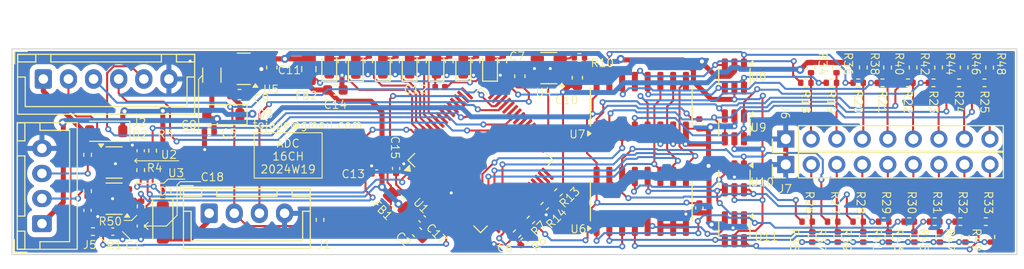
<source format=kicad_pcb>
(kicad_pcb (version 20240108) (generator "pcbnew") (generator_version "8.0")
  (layers (0 "F.Cu" signal) (31 "B.Cu" signal) (34 "B.Paste" user) (35 "F.Paste" user) (36 "B.SilkS" user "B.Silkscreen") (37 "F.SilkS" user "F.Silkscreen") (38 "B.Mask" user) (39 "F.Mask" user) (44 "Edge.Cuts" user))
  (net 0 "")
  (net 1 "NRST")
  (net 2 "GND")
  (net 3 "VDD")
  (net 4 "+5V")
  (net 5 "+3.3VADC")
  (net 6 "VDC")
  (net 7 "+3V3")
  (net 8 "SPWR")
  (net 9 "HALF5V")
  (net 10 "PD0")
  (net 11 "PC9")
  (net 12 "PC7")
  (net 13 "PD9")
  (net 14 "PB12")
  (net 15 "PB15")
  (net 16 "SWCLK_BT0")
  (net 17 "SWDIO")
  (net 18 "U1TX")
  (net 19 "U1RX")
  (net 20 "PB11")
  (net 21 "PD1")
  (net 22 "PB14")
  (net 23 "PD3")
  (net 24 "BLUE3")
  (net 25 "BLUE2")
  (net 26 "START")
  (net 27 "U3RX")
  (net 28 "BLUE1")
  (net 29 "GREEN")
  (net 30 "RED")
  (net 31 "ANREFIN")
  (net 32 "PD8")
  (net 33 "PB10")
  (net 34 "PC8")
  (net 35 "PB13")
  (net 36 "PC6")
  (net 37 "PD2")
  (net 38 "PC5")
  (net 39 "PC11")
  (net 40 "PB0")
  (net 41 "PB1")
  (net 42 "PB2")
  (net 43 "PC13")
  (net 44 "PC12")
  (net 45 "PC1")
  (net 46 "ENSPWR")
  (net 47 "PF1")
  (net 48 "PC3")
  (net 49 "PC0")
  (net 50 "PF0")
  (net 51 "PC14")
  (net 52 "PC4")
  (net 53 "PC2")
  (net 54 "PC15")
  (net 55 "U3TX")
  (net 56 "PC10")
  (net 57 "PD4")
  (net 58 "PD5")
  (net 59 "AN0")
  (net 60 "PD6")
  (net 61 "AN1")
  (net 62 "PA10")
  (net 63 "Net-(D1-A)")
  (net 64 "Net-(D2-A)")
  (net 65 "Net-(D4-A)")
  (net 66 "Net-(D5-A)")
  (net 67 "Net-(D6-A)")
  (net 68 "Net-(D7-A)")
  (net 69 "Net-(D8-A)")
  (net 70 "Net-(D9-A)")
  (net 71 "Net-(D10-A)")
  (net 72 "Net-(J5-Pin_2)")
  (net 73 "Net-(J5-Pin_3)")
  (net 74 "Net-(J6-Pin_7)")
  (net 75 "Net-(J6-Pin_4)")
  (net 76 "Net-(J6-Pin_9)")
  (net 77 "Net-(J6-Pin_5)")
  (net 78 "Net-(J6-Pin_3)")
  (net 79 "Net-(J6-Pin_8)")
  (net 80 "Net-(J6-Pin_2)")
  (net 81 "Net-(J6-Pin_6)")
  (net 82 "Net-(J7-Pin_9)")
  (net 83 "Net-(J7-Pin_6)")
  (net 84 "Net-(J7-Pin_4)")
  (net 85 "Net-(J7-Pin_5)")
  (net 86 "Net-(J7-Pin_7)")
  (net 87 "Net-(J7-Pin_2)")
  (net 88 "Net-(J7-Pin_3)")
  (net 89 "Net-(J7-Pin_8)")
  (net 90 "Net-(U4-ISET)")
  (net 91 "Net-(U7-X0)")
  (net 92 "Net-(U7-X1)")
  (net 93 "Net-(U7-X2)")
  (net 94 "Net-(U7-X3)")
  (net 95 "Net-(U7-X4)")
  (net 96 "Net-(U7-X5)")
  (net 97 "Net-(U7-X6)")
  (net 98 "Net-(U7-X7)")
  (net 99 "Net-(U10-IO2)")
  (net 100 "Net-(U10-IO1)")
  (net 101 "Net-(U10-IO4)")
  (net 102 "Net-(U10-IO3)")
  (net 103 "Net-(U11-IO2)")
  (net 104 "Net-(U11-IO1)")
  (net 105 "Net-(U11-IO3)")
  (net 106 "Net-(U11-IO4)")
  (net 107 "PA15")
  (net 108 "PA7")
  (net 109 "ADA")
  (net 110 "ADB")
  (net 111 "ADC")
  (footprint "Inductor_SMD:L_0805_2012Metric_Pad1.15x1.40mm_HandSolder" (layer "F.Cu") (at 138.43 115.2652 -45)
    (property "Reference" "FB1")
    (property "Value" "CBM201209U601T")
  )
  (footprint "Resistor_SMD:R_0402_1005Metric" (layer "F.Cu") (at 194.879 118.745 90)
    (property "Reference" "R47")
    (property "Value" "2k2")
  )
  (footprint "LED_SMD:LED_0603_1608Metric" (layer "F.Cu") (at 142.24 101.727 90)
    (property "Reference" "D8" (hide yes))
    (property "Value" "RED")
  )
  (footprint "Connector_JST:JST_XH_B6B-XH-A_1x06_P2.50mm_Vertical" (layer "F.Cu") (at 103.117 102.997)
    (property "Reference" "J2")
    (property "Value" "BOOTLDR")
  )
  (footprint "Capacitor_SMD:C_0402_1005Metric" (layer "F.Cu") (at 136.2964 112.4204 180)
    (property "Reference" "C13")
    (property "Value" "100nF")
  )
  (footprint "Package_TO_SOT_SMD:SOT-23-6" (layer "F.Cu") (at 171.892 107.826666 -90)
    (property "Reference" "U9")
    (property "Value" "SRV05-4")
  )
  (footprint "Package_TO_SOT_SMD:SOT-23-5" (layer "F.Cu") (at 110.1653 111.318)
    (property "Reference" "U2")
    (property "Value" "74LVC1G07")
  )
  (footprint "Resistor_SMD:R_0402_1005Metric" (layer "F.Cu") (at 187.259 118.745 90)
    (property "Reference" "R41")
    (property "Value" "2k2")
  )
  (footprint "Resistor_SMD:R_0402_1005Metric" (layer "F.Cu") (at 112.8515 115.6916 90)
    (property "Reference" "R50")
    (property "Value" "4k7")
  )
  (footprint "Resistor_SMD:R_0402_1005Metric" (layer "F.Cu") (at 184.211 117.221 180)
    (property "Reference" "R28")
    (property "Value" "1k0")
  )
  (footprint "Resistor_SMD:R_0402_1005Metric" (layer "F.Cu") (at 197.292 101.854 -90)
    (property "Reference" "R48")
    (property "Value" "2k2")
  )
  (footprint "Connector_JST:JST_XH_B4B-XH-A_1x04_P2.50mm_Vertical" (layer "F.Cu") (at 102.98 117.415 90)
    (property "Reference" "J5")
    (property "Value" "NODE")
  )
  (footprint "Resistor_SMD:R_0402_1005Metric" (layer "F.Cu") (at 184.719 118.745 90)
    (property "Reference" "R39")
    (property "Value" "2k2")
  )
  (footprint "Resistor_SMD:R_0402_1005Metric" (layer "F.Cu") (at 189.672 101.854 -90)
    (property "Reference" "R42")
    (property "Value" "2k2")
  )
  (footprint "Resistor_SMD:R_0402_1005Metric" (layer "F.Cu") (at 156.464 100.838)
    (property "Reference" "R10")
    (property "Value" "6k8")
  )
  (footprint "Capacitor_SMD:C_0402_1005Metric" (layer "F.Cu") (at 138.2268 111.9124 90)
    (property "Reference" "C15")
    (property "Value" "100nF")
  )
  (footprint "Package_SO:SOIC-16_3.9x9.9mm_P1.27mm" (layer "F.Cu") (at 162.621 115.189 90)
    (property "Reference" "U6")
    (property "Value" "CD4051B")
  )
  (footprint "Resistor_SMD:R_0402_1005Metric" (layer "F.Cu") (at 186.751 117.221 180)
    (property "Reference" "R29")
    (property "Value" "1k0")
  )
  (footprint "LED_SMD:LED_0603_1608Metric" (layer "F.Cu") (at 134.216 101.7505 90)
    (property "Reference" "D5" (hide yes))
    (property "Value" "BLUE")
  )
  (footprint "Package_TO_SOT_SMD:SOT-23-5" (layer "F.Cu") (at 153.416 101.9048 180)
    (property "Reference" "U4")
    (property "Value" "MT9700")
  )
  (footprint "Package_TO_SOT_SMD:SOT-23-6" (layer "F.Cu") (at 171.892 102.7485 -90)
    (property "Reference" "U8")
    (property "Value" "SRV05-4")
  )
  (footprint "Capacitor_SMD:C_0402_1005Metric" (layer "F.Cu") (at 142.5956 103.7844 180)
    (property "Reference" "C12")
    (property "Value" "100nF")
  )
  (footprint "Capacitor_SMD:C_0603_1608Metric" (layer "F.Cu") (at 156.2608 102.87 90)
    (property "Reference" "C10")
    (property "Value" "10u10V")
  )
  (footprint "Resistor_SMD:R_0402_1005Metric" (layer "F.Cu") (at 194.246 103.378 180)
    (property "Reference" "R24")
    (property "Value" "1k0")
  )
  (footprint "Resistor_SMD:R_0402_1005Metric" (layer "F.Cu") (at 194.752 101.854 -90)
    (property "Reference" "R46")
    (property "Value" "2k2")
  )
  (footprint "Connector_PinHeader_2.54mm:PinHeader_1x09_P2.54mm_Vertical" (layer "F.Cu") (at 177 108.98 90)
    (property "Reference" "J6")
    (property "Value" "Conn_01x09")
  )
  (footprint "Resistor_SMD:R_0402_1005Metric" (layer "F.Cu") (at 181.671 117.221 180)
    (property "Reference" "R27")
    (property "Value" "1k0")
  )
  (footprint "Resistor_SMD:R_0402_1005Metric" (layer "F.Cu") (at 107.5175 114.1676 90)
    (property "Reference" "R5" (hide yes))
    (property "Value" "4k7")
  )
  (footprint "Resistor_SMD:R_0402_1005Metric" (layer "F.Cu") (at 197.419 118.745 90)
    (property "Reference" "R49")
    (property "Value" "2k2")
  )
  (footprint "Resistor_SMD:R_0402_1005Metric" (layer "F.Cu") (at 194.371 117.221 180)
    (property "Reference" "R32")
    (property "Value" "1k0")
  )
  (footprint "Diode_SMD:D_SOD-123" (layer "F.Cu") (at 121.031 106.553 180)
    (property "Reference" "D3")
    (property "Value" "B5819W")
  )
  (footprint "Capacitor_SMD:C_0402_1005Metric" (layer "F.Cu") (at 168.402 115.852 -90)
    (property "Reference" "C19" (hide yes))
    (property "Value" "100nF")
  )
  (footprint "Capacitor_SMD:C_0402_1005Metric" (layer "F.Cu") (at 112.8268 117.6528 -90)
    (property "Reference" "C18")
    (property "Value" "100nF")
  )
  (footprint "Resistor_SMD:R_0402_1005Metric" (layer "F.Cu") (at 182.179 118.745 90)
    (property "Reference" "R37")
    (property "Value" "2k2")
  )
  (footprint "Resistor_SMD:R_0402_1005Metric" (layer "F.Cu") (at 146.177 101.219 90)
    (property "Reference" "R16" (hide yes))
    (property "Value" "4k7")
  )
  (footprint "Capacitor_SMD:C_1206_3216Metric" (layer "F.Cu") (at 119.888 102.616 90)
    (property "Reference" "C8")
    (property "Value" "22uF")
  )
  (footprint "Package_QFP:LQFP-64_10x10mm_P0.5mm" (layer "F.Cu") (at 146.6287 111.0894 45)
    (property "Reference" "U1")
    (property "Value" "STM32G070RBTx")
  )
  (footprint "Resistor_SMD:R_0402_1005Metric" (layer "F.Cu") (at 191.831 117.221 180)
    (property "Reference" "R31")
    (property "Value" "1k0")
  )
  (footprint "Resistor_SMD:R_0402_1005Metric" (layer "F.Cu") (at 138.176 101.219 90)
    (property "Reference" "R11" (hide yes))
    (property "Value" "4k7")
  )
  (footprint "Resistor_SMD:R_0402_1005Metric" (layer "F.Cu") (at 179.512 101.854 -90)
    (property "Reference" "R34")
    (property "Value" "2k2")
  )
  (footprint "Diode_SMD:D_SOD-123" (layer "F.Cu") (at 115.0112 117.2972 -90)
    (property "Reference" "D1")
    (property "Value" "B5819W")
  )
  (footprint "Resistor_SMD:R_0402_1005Metric" (layer "F.Cu") (at 154.3812 114.3 -135)
    (property "Reference" "R13")
    (property "Value" "2k2")
  )
  (footprint "Resistor_SMD:R_0402_1005Metric" (layer "F.Cu") (at 186.624 103.378 180)
    (property "Reference" "R21")
    (property "Value" "1k0")
  )
  (footprint "Resistor_SMD:R_0402_1005Metric" (layer "F.Cu") (at 192.212 101.854 -90)
    (property "Reference" "R44")
    (property "Value" "2k2")
  )
  (footprint "LED_SMD:LED_0603_1608Metric" (layer "F.Cu") (at 144.907 101.727 90)
    (property "Reference" "D9" (hide yes))
    (property "Value" "WHITE")
  )
  (footprint "Resistor_SMD:R_0402_1005Metric" (layer "F.Cu") (at 148.844 101.219 90)
    (property "Reference" "R17" (hide yes))
    (property "Value" "4k7")
  )
  (footprint "LED_SMD:LED_0603_1608Metric" (layer "F.Cu") (at 136.906 101.727 90)
    (property "Reference" "D6" (hide yes))
    (property "Value" "BLUE")
  )
  (footprint "Capacitor_SMD:C_0603_1608Metric" (layer "F.Cu") (at 132.1816 104.0892)
    (property "Reference" "C14")
    (property "Value" "1uF")
  )
  (footprint "Resistor_SMD:R_0402_1005Metric" (layer "F.Cu") (at 191.704 103.378 180)
    (property "Reference" "R23")
    (property "Value" "1k0")
  )
  (footprint "Package_TO_SOT_SMD:SOT-23-6" (layer "F.Cu") (at 171.892 117.983 -90)
    (property "Reference" "U11")
    (property "Value" "SRV05-4")
  )
  (footprint "LED_SMD:LED_0603_1608Metric" (layer "F.Cu") (at 139.573 101.727 90)
    (property "Reference" "D7" (hide yes))
    (property "Value" "GREEN")
  )
  (footprint "Package_TO_SOT_SMD:SOT-23-5" (layer "F.Cu") (at 110.1591 114.9296 180)
    (property "Reference" "U3")
    (property "Value" "74LVC1G07")
  )
  (footprint "Capacitor_SMD:C_0402_1005Metric" (layer "F.Cu") (at 119.634 108.2548 180)
    (property "Reference" "C5")
    (property "Value" "100nF")
  )
  (footprint "Package_SO:SOIC-16_3.9x9.9mm_P1.27mm" (layer "F.Cu") (at 162.621 105.729 90)
    (property "Reference" "U7")
    (property "Value" "CD4051B")
  )
  (footprint "Resistor_SMD:R_0402_1005Metric" (layer "F.Cu") (at 189.799 118.745 90)
    (property "Reference" "R43")
    (property "Value" "2k2")
  )
  (footprint "Capacitor_SMD:C_0402_1005Metric" (layer "F.Cu") (at 107.5175 116.098 -90)
    (property "Reference" "C4" (hide yes))
    (property "Value" "100nF")
  )
  (footprint "LED_SMD:LED_0603_1608Metric" (layer "F.Cu") (at 131.572 101.727 90)
    (property "Reference" "D4" (hide yes))
    (property "Value" "BLUE")
  )
  (footprint "Capacitor_SMD:C_0402_1005Metric" (layer "F.Cu") (at 140.8176 116.9416 -45)
    (property "Reference" "C17")
    (property "Value" "100nF")
  )
  (footprint "Resistor_SMD:R_0402_1005Metric" (layer "F.Cu") (at 184.211 103.378 180)
    (property "Reference" "R20")
    (property "Value" "1k0")
  )
  (footprint "Resistor_SMD:R_0402_1005Metric" (layer "F.Cu") (at 189.164 103.378 180)
    (property "Reference" "R22")
    (property "Value" "1k0")
  )
  (footprint "Capacitor_SMD:C_0603_1608Metric" (layer "F.Cu") (at 122.6312 104.5464)
    (property "Reference" "C9")
    (property "Value" "1uF")
  )
  (footprint "Resistor_SMD:R_0402_1005Metric" (layer "F.Cu") (at 132.842 101.219 90)
    (property "Reference" "R8" (hide yes))
    (property "Value" "4k7")
  )
  (footprint "Resistor_SMD:R_0402_1005Metric" (layer "F.Cu") (at 150.2664 118.4148 -135)
    (property "Reference" "R7")
    (property "Value" "4k7")
  )
  (footprint "Resistor_SMD:R_0402_1005Metric" (layer "F.Cu") (at 192.339 118.745 90)
    (property "Reference" "R45")
    (property "Value" "2k2")
  )
  (footprint "Capacitor_SMD:C_0402_1005Metric" (layer "F.Cu") (at 168.402 107.47 -90)
    (property "Reference" "C20" (hide yes))
    (property "Value" "100nF")
  )
  (footprint "LED_SMD:LED_0603_1608Metric" (layer "F.Cu") (at 147.574 101.727 90)
    (property "Reference" "D10" (hide yes))
    (property "Value" "YELLOW")
  )
  (footprint "Capacitor_SMD:C_0402_1005Metric" (layer "F.Cu") (at 112.8069 110.1496 90)
    (property "Reference" "C3" (hide yes))
    (property "Value" "100nF")
  )
  (footprint "Resistor_SMD:R_0402_1005Metric" (layer "F.Cu") (at 196.911 117.221 180)
    (property "Reference" "R33")
    (property "Value" "1k0")
  )
  (footprint "Inductor_SMD:L_0805_2012Metric_Pad1.15x1.40mm_HandSolder" (layer "F.Cu") (at 129.54 102.0064 90)
    (property "Reference" "FB2")
    (property "Value" "CBM201209U601T")
  )
  (footprint "Resistor_SMD:R_0402_1005Metric" (layer "F.Cu") (at 196.784 103.378 180)
    (property "Reference" "R25")
    (property "Value" "1k0")
  )
  (footprint "Resistor_SMD:R_0402_1005Metric" (layer "F.Cu") (at 153.0096 115.6716 -135)
    (property "Reference" "R14")
    (property "Value" "2k2")
  )
  (footprint "Capacitor_SMD:C_0603_1608Metric" (layer "F.Cu") (at 125.857 101.854 -90)
    (property "Reference" "C11")
    (property "Value" "1uF")
  )
  (footprint "Resistor_SMD:R_0402_1005Metric" (layer "F.Cu") (at 140.843 101.221 90)
    (property "Reference" "R12" (hide yes))
    (property "Value" "4k7")
  )
  (footprint "Resistor_SMD:R_0402_1005Metric" (layer "F.Cu") (at 179.131 117.221 180)
    (property "Reference" "R26")
    (property "Value" "1k0")
  )
  (footprint "Capacitor_SMD:C_0603_1608Metric" (layer "F.Cu") (at 150.5403 102.7176 90)
    (property "Reference" "C7")
    (property "Value" "10u10V")
  )
  (footprint "Package_TO_SOT_SMD:SOT-23" (layer "F.Cu") (at 123.063 101.981 180)
    (property "Reference" "U5")
    (property "Value" "HXY6206I-3V3")
  )
  (footprint "Connector_JST:JST_XH_B4B-XH-A_1x04_P2.50mm_Vertical" (layer "F.Cu") (at 119.6232 116.3828)
    (property "Reference" "J1")
    (property "Value" "SWD")
  )
  (footprint "Package_TO_SOT_SMD:SOT-23-6" (layer "F.Cu") (at 171.892 112.904832 -90)
    (property "Reference" "U10")
    (property "Value" "SRV05-4")
  )
  (footprint "Resistor_SMD:R_0402_1005Metric" (layer "F.Cu") (at 130.6576 117.0432 90)
    (property "Reference" "R2" (hide yes))
    (property "Value" "4k7")
  )
  (footprint "Resistor_SMD:R_0402_1005Metric" (layer "F.Cu") (at 189.291 117.221 180)
    (property "Reference" "R30")
    (property "Value" "1k0")
  )
  (footprint "Resistor_SMD:R_0402_1005Metric" (layer "F.Cu") (at 112.8069 112.08 -90)
    (property "Reference" "R4")
    (property "Value" "4k7")
  )
  (footprint "Resistor_SMD:R_0402_1005Metric" (layer "F.Cu") (at 143.51 101.219 90)
    (property "Reference" "R15" (hide yes))
    (property "Value" "4k7")
  )
  (footprint "Resistor_SMD:R_0402_1005Metric" (layer "F.Cu") (at 184.719 101.854 -90)
    (property "Reference" "R38")
    (property "Value" "2k2")
  )
  (footprint "Resistor_SMD:R_0402_1005Metric" (layer "F.Cu") (at 181.544 103.378 180)
    (property "Reference" "R19")
    (property "Value" "1k0")
  )
  (footprint "Resistor_SMD:R_0402_1005Metric" (layer "F.Cu") (at 182.052 101.854 -90)
    (property "Reference" "R36")
    (property "Value" "2k2")
  )
  (footprint "Resistor_SMD:R_0402_1005Metric" (layer "F.Cu") (at 179.004 103.378 180)
    (property "Reference" "R18")
    (property "Value" "1k0")
  )
  (footprint "Resistor_SMD:R_0402_1005Metric" (layer "F.Cu") (at 187.132 101.854 -90)
    (property "Reference" "R40")
    (property "Value" "2k2")
  )
  (footprint "Resistor_SMD:R_0402_1005Metric" (layer "F.Cu") (at 135.509 101.217 90)
    (property "Reference" "R9" (hide yes))
    (property "Value" "4k7")
  )
  (footprint "Diode_SMD:D_SOD-123" (layer "F.Cu") (at 109.3724 108.204 180)
    (property "Reference" "D2")
    (property "Value" "B5819W")
  )
  (footprint "Resistor_SMD:R_0402_1005Metric" (layer "F.Cu") (at 108.0516 118.2116)
    (property "Reference" "R1")
    (property "Value" "4k7")
  )
  (footprint "Capacitor_SMD:C_0603_1608Metric" (layer "F.Cu") (at 140.3096 118.2624 -45)
    (property "Reference" "C2")
    (property "Value" "1uF")
  )
  (footprint "Capacitor_SMD:C_0402_1005Metric" (layer "F.Cu") (at 150.9776 119.1768 -135)
    (property "Reference" "C6")
    (property "Value" "100nF")
  )
  (footprint "Resistor_SMD:R_0402_1005Metric" (layer "F.Cu") (at 113.9952 110.1344 -90)
    (property "Reference" "R3")
    (property "Value" "2k2")
  )
  (footprint "Connector_PinHeader_2.54mm:PinHeader_1x09_P2.54mm_Vertical" (layer "F.Cu") (at 177 111.52 90)
    (property "Reference" "J7")
    (property "Value" "Conn_01x09")
  )
  (footprint "Capacitor_SMD:C_0402_1005Metric" (layer "F.Cu") (at 110.0328 118.2116)
    (property "Reference" "C1")
    (property "Value" "100nF")
  )
  (footprint "Resistor_SMD:R_0402_1005Metric" (layer "F.Cu") (at 107.5237 110.554 -90)
    (property "Reference" "R51" (hide yes))
    (property "Value" "4k7")
  )
  (footprint "Resistor_SMD:R_0402_1005Metric" (layer "F.Cu") (at 179.639 118.745 90)
    (property "Reference" "R35")
    (property "Value" "2k2")
  )
  (footprint "Resistor_SMD:R_0402_1005Metric" (layer "F.Cu") (at 151.638 117.0432 -135)
    (property "Reference" "R6")
    (property "Value" "4k7")
  )
  (gr_line (start 116.586 111.1504) (end 112.2172 111.1504) (stroke (width 0.1)) (layer "F.SilkS"))
  (gr_line (start 116.967 108.204) (end 118.491 108.204) (stroke (width 0.1)) (layer "F.SilkS"))
  (gr_line (start 113.1868 117.6528) (end 113.5424 117.2972) (stroke (width 0.1)) (layer "F.SilkS"))
  (gr_line (start 115.1128 113.3856) (end 115.5192 112.9792) (stroke (width 0.1)) (layer "F.SilkS"))
  (gr_line (start 116.4336 116.586) (end 115.3668 117.6528) (stroke (width 0.1)) (layer "F.SilkS"))
  (gr_line (start 115.5192 112.9792) (end 117.1956 112.9792) (stroke (width 0.1)) (layer "F.SilkS"))
  (gr_line (start 118.7704 113.2332) (end 116.7384 113.2332) (stroke (width 0.1)) (layer "F.SilkS"))
  (gr_line (start 112.2172 111.1504) (end 112.4204 111.3536) (stroke (width 0.1)) (layer "F.SilkS"))
  (gr_line (start 112.2172 111.1504) (end 112.4204 110.9472) (stroke (width 0.1)) (layer "F.SilkS"))
  (gr_line (start 110.998 118.2116) (end 111.7092 118.9228) (stroke (width 0.1)) (layer "F.SilkS"))
  (gr_line (start 118.5716 103.0224) (end 118.5716 108.204) (stroke (width 0.1)) (layer "F.SilkS"))
  (gr_line (start 116.7384 113.2332) (end 116.4336 113.538) (stroke (width 0.1)) (layer "F.SilkS"))
  (gr_line (start 115.1128 113.3856) (end 112.268 113.3856) (stroke (width 0.1)) (layer "F.SilkS"))
  (gr_line (start 115.3668 117.6528) (end 113.1868 117.6528) (stroke (width 0.1)) (layer "F.SilkS"))
  (gr_line (start 116.4336 113.538) (end 116.4336 116.586) (stroke (width 0.1)) (layer "F.SilkS"))
  (gr_line (start 112.268 113.3856) (end 112.469869 113.587469) (stroke (width 0.1)) (layer "F.SilkS"))
  (gr_line (start 112.268 113.3856) (end 112.4712 113.1824) (stroke (width 0.1)) (layer "F.SilkS"))
  (gr_line (start 108.712 118.7196) (end 109.474 119.4816) (stroke (width 0.1)) (layer "F.SilkS"))
  (gr_line (start 118.978 102.616) (end 118.5716 103.0224) (stroke (width 0.1)) (layer "F.SilkS"))
  (gr_line (start 113.1868 117.6528) (end 113.538 118.004) (stroke (width 0.1)) (layer "F.SilkS"))
  (gr_line (start 111.9124 117.094) (end 111.1504 117.094) (stroke (width 0.1)) (layer "F.SilkS"))
  (gr_line (start 112.4204 116.586) (end 111.9124 117.094) (stroke (width 0.1)) (layer "F.SilkS"))
  (gr_line (start 112.4712 113.1824) (end 112.268 113.3856) (stroke (width 0.1)) (layer "F.SilkS"))
  (gr_rect (start 100 100) (end 200 120.5) (stroke (width 0.1)) (fill none) (layer "Edge.Cuts"))
  (gr_text "tojape@gmail.com" (at 123.9012 108.0008 0) (layer "F.SilkS") (effects (font (size 0.8 0.8) (thickness 0.1)) (justify left bottom)))
  (gr_text_box "ADC 16CH\n2024W19" (start 124.1044 108.3564) (end 130.8608 112.8776) (layer "F.SilkS") (effects (font (size 0.8 0.8) (thickness 0.1)) (justify top)) (border yes) (stroke (width 0.1)))
  (segment (start 108.5616 118.2604) (end 107.8992 118.9228) (width 0.2) (layer "F.Cu") (net 1))
  (segment (start 109.0676 118.2116) (end 109.0676 119.5324) (width 0.2) (layer "F.Cu") (net 1))
  (segment (start 108.5616 118.2116) (end 108.5616 118.2604) (width 0.2) (layer "F.Cu") (net 1))
  (segment (start 143.2052 119.4308) (end 143.2052 116.987774) (width 0.2) (layer "F.Cu") (net 1))
  (segment (start 143.2052 116.987774) (end 143.853306 116.339668) (width 0.2) (layer "F.Cu") (net 1))
  (segment (start 109.0676 118.2116) (end 108.5616 118.2116) (width 0.2) (layer "F.Cu") (net 1))
  (segment (start 106.172 109.1692) (end 108.105896 109.1692) (width 0.2) (layer "F.Cu") (net 1))
  (segment (start 108.4724 107.3548) (end 107.8484 106.7308) (width 0.2) (layer "F.Cu") (net 1))
  (segment (start 108.4724 108.802696) (end 108.4724 107.3548) (width 0.2) (layer "F.Cu") (net 1))
  (segment (start 105.8164 118.3132) (end 105.8164 109.5248) (width 0.2) (layer "F.Cu") (net 1))
  (segment (start 105.8164 109.5248) (end 106.172 109.1692) (width 0.2) (layer "F.Cu") (net 1))
  (segment (start 106.426 106.7308) (end 105.617 105.9218) (width 0.2) (layer "F.Cu") (net 1))
  (segment (start 109.5528 118.2116) (end 109.0676 118.2116) (width 0.2) (layer "F.Cu") (net 1))
  (segment (start 106.426 118.9228) (end 105.8164 118.3132) (width 0.2) (layer "F.Cu") (net 1))
  (segment (start 107.8992 118.9228) (end 106.426 118.9228) (width 0.2) (layer "F.Cu") (net 1))
  (segment (start 108.105896 109.1692) (end 108.4724 108.802696) (width 0.2) (layer "F.Cu") (net 1))
  (segment (start 107.8484 106.7308) (end 106.426 106.7308) (width 0.2) (layer "F.Cu") (net 1))
  (segment (start 105.617 105.9218) (end 105.617 102.997) (width 0.2) (layer "F.Cu") (net 1))
  (via (at 143.2052 119.4308) (size 0.6) (drill 0.3) (layers "F.Cu" "B.Cu") (net 1))
  (via (at 109.0676 119.5324) (size 0.6) (drill 0.3) (layers "F.Cu" "B.Cu") (net 1))
  (segment (start 109.1088 119.5736) (end 109.0676 119.5324) (width 0.2) (layer "B.Cu") (net 1))
  (segment (start 113.116529 119.5324) (end 113.075329 119.5736) (width 0.2) (layer "B.Cu") (net 1))
  (segment (start 143.2052 119.4308) (end 143.1036 119.5324) (width 0.2) (layer "B.Cu") (net 1))
  (segment (start 113.075329 119.5736) (end 109.1088 119.5736) (width 0.2) (layer "B.Cu") (net 1))
  (segment (start 143.1036 119.5324) (end 113.116529 119.5324) (width 0.2) (layer "B.Cu") (net 1))
  (segment (start 131.572 102.5145) (end 132.7395 102.5145) (width 0.2) (layer "F.Cu") (net 2))
  (segment (start 168.402 116.332) (end 169.3672 116.332) (width 0.5) (layer "F.Cu") (net 2))
  (segment (start 169.3672 107.95) (end 168.402 107.95) (width 0.5) (layer "F.Cu") (net 2))
  (segment (start 132.9566 104.0892) (end 132.841 103.9736) (width 0.5) (layer "F.Cu") (net 2))
  (segment (start 110.5128 118.4884) (end 110.998 118.9736) (width 0.2) (layer "F.Cu") (net 2))
  (segment (start 171.892 117.704214) (end 171.892 116.8455) (width 0.2) (layer "F.Cu") (net 2))
  (segment (start 167.066 117.664) (end 164.526 117.664) (width 0.5) (layer "F.Cu") (net 2))
  (segment (start 167.030999 109.474) (end 169.3164 109.474) (width 0.5) (layer "F.Cu") (net 2))
  (segment (start 124.0005 102.8215) (end 124.8156 102.0064) (width 0.5) (layer "F.Cu") (net 2))
  (segment (start 135.8164 112.4204) (end 135.8164 111.6864) (width 0.2) (layer "F.Cu") (net 2))
  (segment (start 111.2966 113.9796) (end 110.634101 113.9796) (width 0.2) (layer "F.Cu") (net 2))
  (segment (start 150.5403 101.9426) (end 151.9806 101.9426) (width 0.5) (layer "F.Cu") (net 2))
  (segment (start 130.6576 116.5332) (end 127.2736 116.5332) (width 0.2) (layer "F.Cu") (net 2))
  (segment (start 169.3164 108.0008) (end 169.5196 107.7976) (width 0.5) (layer "F.Cu") (net 2))
  (segment (start 167.030999 109.474) (end 167.066 109.438999) (width 0.2) (layer "F.Cu") (net 2))
  (segment (start 138.11297 102.5145) (end 138.136735 102.538265) (width 0.2) (layer "F.Cu") (net 2))
  (segment (start 111.2966 115.8796) (end 110.634101 115.8796) (width 0.2) (layer "F.Cu") (net 2))
  (segment (start 169.3672 116.332) (end 169.3672 115.7224) (width 0.5) (layer "F.Cu") (net 2))
  (segment (start 140.857608 118.810408) (end 140.857608 117.580414) (width 0.2) (layer "F.Cu") (net 2))
  (segment (start 168.402 116.332) (end 167.193 116.332) (width 0.5) (layer "F.Cu") (net 2))
  (segment (start 169.3164 109.474) (end 169.3164 108.0008) (width 0.5) (layer "F.Cu") (net 2))
  (segment (start 110.0067 114.607001) (end 110.0067 114.9296) (width 0.2) (layer "F.Cu") (net 2))
  (segment (start 127.2736 116.5332) (end 127.1232 116.3828) (width 0.2) (layer "F.Cu") (net 2))
  (segment (start 109.0278 112.268) (end 109.4693 112.268) (width 0.2) (layer "F.Cu") (net 2))
  (segment (start 142.24 102.5145) (end 143.1545 102.5145) (width 0.2) (layer "F.Cu") (net 2))
  (segment (start 149.20611 119.47509) (end 147.958881 119.47509) (width 0.2) (layer "F.Cu") (net 2))
  (segment (start 149.905776 118.775424) (end 149.20611 119.47509) (width 0.2) (layer "F.Cu") (net 2))
  (segment (start 171.892 102.2248) (end 171.3933 102.7235) (width 0.5) (layer "F.Cu") (net 2))
  (segment (start 165.796 108.204) (end 165.796 109.474) (width 0.2) (layer "F.Cu") (net 2))
  (segment (start 171.3933 102.7235) (end 170.0335 102.7235) (width 0.5) (layer "F.Cu") (net 2))
  (segment (start 169.3672 117.2464) (end 169.3672 115.7224) (width 0.5) (layer "F.Cu") (net 2))
  (segment (start 167.066 117.664) (end 167.066 116.459) (width 0.2) (layer "F.Cu") (net 2))
  (segment (start 138.966 111.4324) (end 138.9888 111.4552) (width 0.2) (layer "F.Cu") (net 2))
  (segment (start 142.1156 102.6389) (end 142.24 102.5145) (width 0.2) (layer "F.Cu") (net 2))
  (segment (start 168.402 107.95) (end 167.32 107.95) (width 0.2) (layer "F.Cu") (net 2))
  (segment (start 132.7395 102.5145) (end 132.841 102.616) (width 0.2) (layer "F.Cu") (net 2))
  (segment (start 109.0278 110.368) (end 109.380852 110.368) (width 0.2) (layer "F.Cu") (net 2))
  (segment (start 123.33 104.521) (end 123.33 103.6015) (width 0.5) (layer "F.Cu") (net 2))
  (segment (start 110.634101 113.9796) (end 110.0067 114.607001) (width 0.2) (layer "F.Cu") (net 2))
  (segment (start 112.8069 109.6696) (end 112.057441 109.6696) (width 0.2) (layer "F.Cu") (net 2))
  (segment (start 167.193 116.332) (end 167.066 116.459) (width 0.5) (layer "F.Cu") (net 2))
  (segment (start 124.0005 102.931) (end 124.0005 102.8215) (width 0.5) (layer "F.Cu") (net 2))
  (segment (start 171.755282 117.840932) (end 171.892 117.704214) (width 0.2) (layer "F.Cu") (net 2))
  (segment (start 171.892 101.611) (end 171.892 102.2248) (width 0.5) (layer "F.Cu") (net 2))
  (segment (start 107.5175 116.578) (end 108.4039 116.578) (width 0.2) (layer "F.Cu") (net 2))
  (segment (start 140.4112 102.5145) (end 139.573 102.5145) (width 0.2) (layer "F.Cu") (net 2))
  (segment (start 134.216 102.538) (end 135.416235 102.538) (width 0.2) (layer "F.Cu") (net 2))
  (segment (start 135.416235 102.538) (end 135.417 102.538765) (width 0.2) (layer "F.Cu") (net 2))
  (segment (start 169.3672 115.7224) (end 169.3672 111.7092) (width 0.5) (layer "F.Cu") (net 2))
  (segment (start 177 108.98) (end 177 111.52) (width 0.5) (layer "F.Cu") (net 2))
  (segment (start 150.638189 119.516211) (end 150.638189 119.507837) (width 0.2) (layer "F.Cu") (net 2))
  (segment (start 156.974 100.838) (end 156.974 101.3818) (width 0.2) (layer "F.Cu") (net 2))
  (segment (start 141.6304 116.807622) (end 141.157011 117.281011) (width 0.2) (layer "F.Cu") (net 2))
  (segment (start 110.0067 115.252199) (end 110.0067 114.9296) (width 0.2) (layer "F.Cu") (net 2))
  (segment (start 153.5814 101.9426) (end 153.5684 101.9556) (width 0.5) (layer "F.Cu") (net 2))
  (segment (start 145.8215 102.5145) (end 145.923 102.616) (width 0.2) (layer "F.Cu") (net 2))
  (segment (start 142.792646 115.271354) (end 143.7132 114.3508) (width 0.2) (layer "F.Cu") (net 2))
  (segment (start 142.792646 115.279008) (end 141.6304 116.441254) (width 0.2) (layer "F.Cu") (net 2))
  (segment (start 132.841 103.9736) (end 132.841 102.616) (width 0.5) (layer "F.Cu") (net 2))
  (segment (start 110.2923 111.279448) (end 110.2923 111.445) (width 0.2) (layer "F.Cu") (net 2))
  (segment (start 152.648976 116.032224) (end 152.659024 116.032224) (width 0.2) (layer "F.Cu") (net 2))
  (segment (start 150.638189 119.507837) (end 149.905776 118.775424) (width 0.2) (layer "F.Cu") (net 2))
  (segment (start 117.807 101.141) (end 117.729 101.219) (width 0.5) (layer "F.Cu") (net 2))
  (segment (start 143.1545 102.5145) (end 143.256 102.616) (width 0.2) (layer "F.Cu") (net 2))
  (segment (start 119.154 108.2548) (end 119.154 110.01) (width 0.5) (layer "F.Cu") (net 2))
  (segment (start 169.3672 111.7092) (end 169.3164 111.6584) (width 0.5) (layer "F.Cu") (net 2))
  (segment (start 169.3164 111.6584) (end 169.3164 109.474) (width 0.5) (layer "F.Cu") (net 2))
  (segment (start 147.574 102.5145) (end 148.4885 102.5145) (width 0.2) (layer "F.Cu") (net 2))
  (segment (start 138.2268 111.4324) (end 138.966 111.4324) (width 0.2) (layer "F.Cu") (net 2))
  (segment (start 156.974 101.3818) (end 156.2608 102.095) (width 0.2) (layer "F.Cu") (net 2))
  (segment (start 169.5196 107.7976) (end 169.3672 107.95) (width 0.5) (layer "F.Cu") (net 2))
  (segment (start 164.526 108.204) (end 164.526 109.474) (width 0.2) (layer "F.Cu") (net 2))
  (segment (start 147.958881 119.47509) (end 147.951601 119.46781) (width 0.2) (layer "F.Cu") (net 2))
  (segment (start 156.2608 101.9426) (end 153.5814 101.9426) (width 0.5) (layer "F.Cu") (net 2))
  (segment (start 123.33 103.6015) (end 124.0005 102.931) (width 0.5) (layer "F.Cu") (net 2))
  (segment (start 119.154 110.01) (end 119.1768 110.0328) (width 0.5) (layer "F.Cu") (net 2))
  (segment (start 152.659024 116.032224) (end 153.162 116.5352) (width 0.2) (layer "F.Cu") (net 2))
  (segment (start 141.6304 116.441254) (end 141.6304 116.807622) (width 0.2) (layer "F.Cu") (net 2))
  (segment (start 108.4039 116.578) (end 108.5335 116.7076) (width 0.2) (layer "F.Cu") (net 2))
  (segment (start 112.8268 118.1328) (end 112.8268 118.9736) (width 0.2) (layer "F.Cu") (net 2))
  (segment (start 148.4885 102.5145) (end 148.59 102.616) (width 0.2) (layer "F.Cu") (net 2))
  (segment (start 140.857608 117.580414) (end 141.157011 117.281011) (width 0.2) (layer "F.Cu") (net 2))
  (segment (start 142.1156 103.7844) (end 142.1156 102.6389) (width 0.2) (layer "F.Cu") (net 2))
  (segment (start 110.5128 118.2116) (end 110.5128 118.4884) (width 0.2) (layer "F.Cu") (net 2))
  (segment (start 112.057441 109.6696) (end 111.974857 109.587016) (width 0.2) (layer "F.Cu") (net 2))
  (segment (start 109.380852 110.368) (end 110.2923 111.279448) (width 0.2) (layer "F.Cu") (net 2))
  (segment (start 167.066 109.438999) (end 167.066 108.204) (width 0.2) (layer "F.Cu") (net 2))
  (segment (start 109.4693 112.268) (end 110.2923 111.445) (width 0.2) (layer "F.Cu") (net 2))
  (segment (start 142.792646 115.279008) (end 142.792646 115.271354) (width 0.2) (layer "F.Cu") (net 2))
  (segment (start 171.892 111.767332) (end 171.892 112.776) (width 0.2) (layer "F.Cu") (net 2))
  (segment (start 151.9806 101.9426) (end 151.9936 101.9556) (width 0.5) (layer "F.Cu") (net 2))
  (segment (start 119.888 101.141) (end 117.807 101.141) (width 0.5) (layer "F.Cu") (net 2))
  (segment (start 136.906 102.5145) (end 138.11297 102.5145) (width 0.2) (layer "F.Cu") (net 2))
  (segment (start 135.8164 111.6864) (end 135.7884 111.6584) (width 0.2) (layer "F.Cu") (net 2))
  (segment (start 167.32 107.95) (end 167.066 108.204) (width 0.2) (layer "F.Cu") (net 2))
  (segment (start 170.0335 102.7235) (end 168.656 101.346) (width 0.5) (layer "F.Cu") (net 2))
  (segment (start 125.555 102.931) (end 125.857 102.629) (width 0.5) (layer "F.Cu") (net 2))
  (segment (start 144.907 102.5145) (end 145.8215 102.5145) (width 0.2) (layer "F.Cu") (net 2))
  (segment (start 171.892 106.689166) (end 171.892 107.696) (width 0.2) (layer "F.Cu") (net 2))
  (segment (start 168.656 101.346) (end 168.656 101.2444) (width 0.5) (layer "F.Cu") (net 2))
  (segment (start 110.634101 115.8796) (end 110.0067 115.252199) (width 0.2) (layer "F.Cu") (net 2))
  (segment (start 124.0005 102.931) (end 125.555 102.931) (width 0.5) (layer "F.Cu") (net 2))
  (segment (start 169.6212 117.5004) (end 169.3672 117.2464) (width 0.5) (layer "F.Cu") (net 2))
  (via (at 138.136735 102.538265) (size 0.6) (drill 0.3) (layers "F.Cu" "B.Cu") (net 2))
  (via (at 171.892 107.696) (size 0.6) (drill 0.3) (layers "F.Cu" "B.Cu") (net 2))
  (via (at 135.7884 111.6584) (size 0.6) (drill 0.3) (layers "F.Cu" "B.Cu") (net 2))
  (via (at 167.066 116.459) (size 0.6) (drill 0.3) (layers "F.Cu" "B.Cu") (net 2))
  (via (at 124.8156 102.0064) (size 0.8) (drill 0.4) (layers "F.Cu" "B.Cu") (net 2))
  (via (at 169.5196 107.7976) (size 0.8) (drill 0.4) (layers "F.Cu" "B.Cu") (net 2))
  (via (at 110.0067 114.9296) (size 0.6) (drill 0.3) (layers "F.Cu" "B.Cu") (net 2))
  (via (at 153.162 116.5352) (size 0.6) (drill 0.3) (layers "F.Cu" "B.Cu") (net 2))
  (via (at 145.923 102.616) (size 0.6) (drill 0.3) (layers "F.Cu" "B.Cu") (net 2))
  (via (at 143.256 102.616) (size 0.6) (drill 0.3) (layers "F.Cu" "B.Cu") (net 2))
  (via (at 140.4112 102.5145) (size 0.6) (drill 0.3) (layers "F.Cu" "B.Cu") (net 2))
  (via (at 108.5335 116.7076) (size 0.6) (drill 0.3) (layers "F.Cu" "B.Cu") (net 2))
  (via (at 153.5684 101.9556) (size 0.6) (drill 0.3) (layers "F.Cu" "B.Cu") (net 2))
  (via (at 135.417 102.538765) (size 0.6) (drill 0.3) (layers "F.Cu" "B.Cu") (net 2))
  (via (at 169.3164 111.6584) (size 0.8) (drill 0.4) (layers "F.Cu" "B.Cu") (net 2))
  (via (at 119.1768 110.0328) (size 0.6) (drill 0.3) (layers "F.Cu" "B.Cu") (net 2))
  (via (at 168.656 101.2444) (size 0.8) (drill 0.4) (layers "F.Cu" "B.Cu") (net 2))
  (via (at 117.729 101.219) (size 0.6) (drill 0.3) (layers "F.Cu" "B.Cu") (net 2))
  (via (at 167.030999 109.474) (size 0.6) (drill 0.3) (layers "F.Cu" "B.Cu") (net 2))
  (via (at 111.974857 109.587016) (size 0.6) (drill 0.3) (layers "F.Cu" "B.Cu") (net 2))
  (via (at 143.7132 114.3508) (size 0.6) (drill 0.3) (layers "F.Cu" "B.Cu") (net 2))
  (via (at 147.951601 119.46781) (size 0.6) (drill 0.3) (layers "F.Cu" "B.Cu") (net 2))
  (via (at 151.9936 101.9556) (size 0.6) (drill 0.3) (layers "F.Cu" "B.Cu") (net 2))
  (via (at 169.6212 117.5004) (size 0.8) (drill 0.4) (layers "F.Cu" "B.Cu") (net 2))
  (via (at 132.841 102.616) (size 0.6) (drill 0.3) (layers "F.Cu" "B.Cu") (net 2))
  (via (at 164.526 109.474) (size 0.6) (drill 0.3) (layers "F.Cu" "B.Cu") (net 2))
  (via (at 110.998 118.9736) (size 0.6) (drill 0.3) (layers "F.Cu" "B.Cu") (net 2))
  (via (at 112.8268 118.9736) (size 0.6) (drill 0.3) (layers "F.Cu" "B.Cu") (net 2))
  (via (at 110.2923 111.445) (size 0.6) (drill 0.3) (layers "F.Cu" "B.Cu") (net 2))
  (via (at 171.755282 117.840932) (size 0.6) (drill 0.3) (layers "F.Cu" "B.Cu") (net 2))
  (via (at 138.9888 111.4552) (size 0.6) (drill 0.3) (layers "F.Cu" "B.Cu") (net 2))
  (via (at 171.892 112.776) (size 0.6) (drill 0.3) (layers "F.Cu" "B.Cu") (net 2))
  (via (at 165.796 109.474) (size 0.6) (drill 0.3) (layers "F.Cu" "B.Cu") (net 2))
  (via (at 148.59 102.616) (size 0.6) (drill 0.3) (layers "F.Cu" "B.Cu") (net 2))
  (segment (start 169.8244 117.7036) (end 169.6212 117.5004) (width 0.5) (layer "B.Cu") (net 2))
  (segment (start 171.892 107.696) (end 169.6212 107.696) (width 0.5) (layer "B.Cu") (net 2))
  (segment (start 168.656 101.2444) (end 162.0012 101.2444) (width 0.5) (layer "B.Cu") (net 2))
  (segment (start 162.0012 101.2444) (end 161.29 101.9556) (width 0.5) (layer "B.Cu") (net 2))
  (segment (start 169.8244 117.7544) (end 169.8244 117.7036) (width 0.5) (layer "B.Cu") (net 2))
  (segment (start 169.6212 107.696) (end 169.5196 107.7976) (width 0.5) (layer "B.Cu") (net 2))
  (segment (start 171.755282 117.840932) (end 169.910932 117.840932) (width 0.5) (layer "B.Cu") (net 2))
  (segment (start 161.29 101.9556) (end 153.5684 101.9556) (width 0.5) (layer "B.Cu") (net 2))
  (segment (start 169.910932 117.840932) (end 169.8244 117.7544) (width 0.5) (layer "B.Cu") (net 2))
  (segment (start 139.865984 115.989984) (end 140.478189 116.602189) (width 0.2) (layer "F.Cu") (net 3))
  (segment (start 113.4968 114.27387) (end 113.4968 112.2599) (width 0.2) (layer "F.Cu") (net 3))
  (segment (start 112.8069 110.6296) (end 112.8069 111.57) (width 0.2) (layer "F.Cu") (net 3))
  (segment (start 109.0216 115.8796) (end 107.7791 115.8796) (width 0.2) (layer "F.Cu") (net 3))
  (segment (start 139.5476 114.0968) (end 138.800671 114.0968) (width 0.2) (layer "F.Cu") (net 3))
  (segment (start 129.54 103.0314) (end 129.54 103.632) (width 0.5) (layer "F.Cu") (net 3))
  (segment (start 112.8268 117.1728) (end 112.8268 116.2263) (width 0.2) (layer "F.Cu") (net 3))
  (segment (start 140.951578 116.1288) (end 140.478189 116.602189) (width 0.2) (layer "F.Cu") (net 3))
  (segment (start 136.823565 106.292765) (end 135.7376 105.2068) (width 0.5) (layer "F.Cu") (net 3))
  (segment (start 143.3068 103.7844) (end 143.0756 103.7844) (width 0.2) (layer "F.Cu") (net 3))
  (segment (start 107.7997 109.768) (end 111.1396 109.768) (width 0.2) (layer "F.Cu") (net 3))
  (segment (start 142.439092 114.925454) (end 141.661673 115.702873) (width 0.2) (layer "F.Cu") (net 3))
  (segment (start 146.171529 103.216) (end 146.523 102.864529) (width 0.2) (layer "F.Cu") (net 3))
  (segment (start 112.5735 116.4796) (end 112.8515 116.2016) (width 0.2) (layer "F.Cu") (net 3))
  (segment (start 145.573533 103.335637) (end 145.565096 103.3272) (width 0.2) (layer "F.Cu") (net 3))
  (segment (start 143.764 103.3272) (end 143.3068 103.7844) (width 0.2) (layer "F.Cu") (net 3))
  (segment (start 142.30291 113.647424) (end 142.681342 113.647424) (width 0.2) (layer "F.Cu") (net 3))
  (segment (start 141.731986 114.218348) (end 142.30291 113.647424) (width 0.2) (layer "F.Cu") (net 3))
  (segment (start 132.5242 105.2068) (end 131.4066 104.0892) (width 0.5) (layer "F.Cu") (net 3))
  (segment (start 111.3028 110.368) (end 112.5453 110.368) (width 0.2) (layer "F.Cu") (net 3))
  (segment (start 107.7791 115.8796) (end 107.5175 115.618) (width 0.2) (layer "F.Cu") (net 3))
  (segment (start 113.4968 112.2599) (end 112.8069 111.57) (width 0.2) (layer "F.Cu") (net 3))
  (segment (start 138.2268 113.522929) (end 138.2268 112.3924) (width 0.2) (layer "F.Cu") (net 3))
  (segment (start 135.7376 105.2068) (end 132.5242 105.2068) (width 0.5) (layer "F.Cu") (net 3))
  (segment (start 111.1396 109.768) (end 111.3028 109.9312) (width 0.2) (layer "F.Cu") (net 3))
  (segment (start 107.5175 115.618) (end 107.5175 114.6776) (width 0.2) (layer "F.Cu") (net 3))
  (segment (start 106.9075 116.228) (end 106.9075 117.5775) (width 0.2) (layer "F.Cu") (net 3))
  (segment (start 113.708265 114.485335) (end 113.4968 114.27387) (width 0.2) (layer "F.Cu") (net 3))
  (segment (start 140.4112 114.9604) (end 139.5476 114.0968) (width 0.2) (layer "F.Cu") (net 3))
  (segment (start 145.69317 103.216) (end 146.171529 103.216) (width 0.2) (layer "F.Cu") (net 3))
  (segment (start 130.311 103.0314) (end 129.54 103.0314) (width 0.2) (layer "F.Cu") (net 3))
  (segment (start 109.0216 115.8796) (end 109.6216 116.4796) (width 0.2) (layer "F.Cu") (net 3))
  (segment (start 146.523 102.864529) (end 146.523 102.075) (width 0.2) (layer "F.Cu") (net 3))
  (segment (start 141.731986 114.218348) (end 140.989934 114.9604) (width 0.2) (layer "F.Cu") (net 3))
  (segment (start 106.9075 117.5775) (end 107.5924 118.2624) (width 0.2) (layer "F.Cu") (net 3))
  (segment (start 139.154784 115.989984) (end 139.865984 115.989984) (width 0.2) (layer "F.Cu") (net 3))
  (segment (start 113.708265 114.485335) (end 113.708265 115.344835) (width 0.2) (layer "F.Cu") (net 3))
  (segment (start 138.800671 114.0968) (end 138.2268 113.522929) (width 0.2) (layer "F.Cu") (net 3))
  (segment (start 139.154784 115.989984) (end 139.002384 115.989984) (width 0.5) (layer "F.Cu") (net 3))
  (segment (start 143.010016 114.35453) (end 142.439092 114.925454) (width 0.2) (layer "F.Cu") (net 3))
  (segment (start 141.661673 115.702873) (end 141.235746 116.1288) (width 0.2) (layer "F.Cu") (net 3))
  (segment (start 112.5453 110.368) (end 112.8069 110.6296) (width 0.2) (layer "F.Cu") (net 3))
  (segment (start 142.681342 113.647424) (end 143.010016 113.976098) (width 0.2) (layer "F.Cu") (net 3))
  (segment (start 112.8268 116.2263) (end 112.8515 116.2016) (width 0.2) (layer "F.Cu") (net 3))
  (segment (start 107.5237 110.044) (end 107.7997 109.768) (width 0.2) (layer "F.Cu") (net 3))
  (segment (start 107.5175 115.618) (end 106.9075 116.228) (width 0.2) (layer "F.Cu") (net 3))
  (segment (start 141.235746 116.1288) (end 140.951578 116.1288) (width 0.2) (layer "F.Cu") (net 3))
  (segment (start 140.989934 114.9604) (end 140.4112 114.9604) (width 0.2) (layer "F.Cu") (net 3))
  (segment (start 145.573533 103.335637) (end 145.69317 103.216) (width 0.2) (layer "F.Cu") (net 3))
  (segment (start 109.6216 116.4796) (end 112.5735 116.4796) (width 0.2) (layer "F.Cu") (net 3))
  (segment (start 143.010016 113.976098) (end 143.010016 114.35453) (width 0.2) (layer "F.Cu") (net 3))
  (segment (start 130.6576 103.378) (end 130.311 103.0314) (width 0.2) (layer "F.Cu") (net 3))
  (segment (start 129.9972 104.0892) (end 131.4066 104.0892) (width 0.5) (layer "F.Cu") (net 3))
  (segment (start 146.523 102.075) (end 146.177 101.729) (width 0.2) (layer "F.Cu") (net 3))
  (segment (start 113.708265 115.344835) (end 112.8515 116.2016) (width 0.2) (layer "F.Cu") (net 3))
  (segment (start 145.565096 103.3272) (end 143.764 103.3272) (width 0.2) (layer "F.Cu") (net 3))
  (segment (start 136.823565 113.760365) (end 136.823565 106.292765) (width 0.5) (layer "F.Cu") (net 3))
  (segment (start 129.54 103.632) (end 129.9972 104.0892) (width 0.5) (layer "F.Cu") (net 3))
  (segment (start 111.3028 109.9312) (end 111.3028 110.368) (width 0.2) (layer "F.Cu") (net 3))
  (segment (start 139.002384 115.989984) (end 138.459867 115.447467) (width 0.5) (layer "F.Cu") (net 3))
  (via (at 113.708265 114.485335) (size 0.6) (drill 0.3) (layers "F.Cu" "B.Cu") (net 3))
  (via (at 130.6576 103.378) (size 0.6) (drill 0.3) (layers "F.Cu" "B.Cu") (net 3))
  (via (at 138.459867 115.447467) (size 0.8) (drill 0.4) (layers "F.Cu" "B.Cu") (net 3))
  (via (at 145.573533 103.335637) (size 0.6) (drill 0.3) (layers "F.Cu" "B.Cu") (net 3))
  (via (at 136.823565 113.760365) (size 0.8) (drill 0.4) (layers "F.Cu" "B.Cu") (net 3))
  (segment (start 136.8044 113.7412) (end 136.823565 113.760365) (width 0.2) (layer "B.Cu") (net 3))
  (segment (start 135.141671 114.7078) (end 136.108271 113.7412) (width 0.2) (layer "B.Cu") (net 3))
  (segment (start 136.108271 113.7412) (end 136.8044 113.7412) (width 0.2) (layer "B.Cu") (net 3))
  (segment (start 113.93073 114.7078) (end 135.141671 114.7078) (width 0.2) (layer "B.Cu") (net 3))
  (segment (start 130.8196 103.216) (end 130.6576 103.378) (width 0.2) (layer "B.Cu") (net 3))
  (segment (start 145.573533 103.335637) (end 145.453896 103.216) (width 0.2) (layer "B.Cu") (net 3))
  (segment (start 138.459867 115.396667) (end 136.823565 113.760365) (width 0.5) (layer "B.Cu") (net 3))
  (segment (start 145.453896 103.216) (end 130.8196 103.216) (width 0.2) (layer "B.Cu") (net 3))
  (segment (start 113.708265 114.485335) (end 113.93073 114.7078) (width 0.2) (layer "B.Cu") (net 3))
  (segment (start 138.459867 115.447467) (end 138.459867 115.396667) (width 0.5) (layer "B.Cu") (net 3))
  (segment (start 119.888 106.046) (end 119.381 106.553) (width 0.5) (layer "F.Cu") (net 4))
  (segment (start 157.226 110.3884) (end 158.1912 111.3536) (width 0.2) (layer "F.Cu") (net 4))
  (segment (start 151.998624 117.403824) (end 151.998624 116.682576) (width 0.2) (layer "F.Cu") (net 4))
  (segment (start 105.1052 115.2898) (end 102.98 117.415) (width 0.5) (layer "F.Cu") (net 4))
  (segment (start 167.696 106.99) (end 167.132 106.426) (width 0.2) (layer "F.Cu") (net 4))
  (segment (start 120.396 106.9712) (end 119.7992 106.9712) (width 0.5) (layer "F.Cu") (net 4))
  (segment (start 105.05505 107.33975) (end 105.1052 107.3899) (width 0.5) (layer "F.Cu") (net 4))
  (segment (start 158.242 115.189) (end 158.176 115.123) (width 0.2) (layer "F.Cu") (net 4))
  (segment (start 168.402 106.99) (end 167.696 106.99) (width 0.2) (layer "F.Cu") (net 4))
  (segment (start 158.176 111.3688) (end 158.176 112.714) (width 0.2) (layer "F.Cu") (net 4))
  (segment (start 168.402 115.372) (end 167.188 115.372) (width 0.2) (layer "F.Cu") (net 4))
  (segment (start 120.114 107.2532) (end 120.396 106.9712) (width 0.5) (layer "F.Cu") (net 4))
  (segment (start 119.888 104.091) (end 119.888 106.046) (width 0.5) (layer "F.Cu") (net 4))
  (segment (start 120.114 108.2548) (end 120.114 107.2532) (width 0.5) (layer "F.Cu") (net 4))
  (segment (start 158.176 115.123) (end 158.176 112.714) (width 0.2) (layer "F.Cu") (net 4))
  (segment (start 157.0736 119.0752) (end 157.2768 118.872) (width 0.2) (layer "F.Cu") (net 4))
  (segment (start 119.7992 106.9712) (end 119.381 106.553) (width 0.5) (layer "F.Cu") (net 4))
  (segment (start 157.2768 116.2812) (end 158.242 115.316) (width 0.2) (layer "F.Cu") (net 4))
  (segment (start 167.188 115.372) (end 167.132 115.316) (width 0.2) (layer "F.Cu") (net 4))
  (segment (start 157.7848 105.0036) (end 158.176 104.6124) (width 0.2) (layer "F.Cu") (net 4))
  (segment (start 157.226 107.0356) (end 157.226 110.3884) (width 0.2) (layer "F.Cu") (net 4))
  (segment (start 158.176 104.6124) (end 158.176 103.254) (width 0.2) (layer "F.Cu") (net 4))
  (segment (start 105.1052 107.3899) (end 105.1052 115.2898) (width 0.5) (layer "F.Cu") (net 4))
  (segment (start 157.2768 118.872) (end 157.2768 116.2812) (width 0.2) (layer "F.Cu") (net 4))
  (segment (start 157.7848 106.4768) (end 157.7848 105.0036) (width 0.2) (layer "F.Cu") (net 4))
  (segment (start 158.242 115.316) (end 158.242 115.189) (width 0.2) (layer "F.Cu") (net 4))
  (segment (start 158.1912 111.3536) (end 158.176 111.3688) (width 0.2) (layer "F.Cu") (net 4))
  (segment (start 157.7848 106.4768) (end 157.226 107.0356) (width 0.2) (layer "F.Cu") (net 4))
  (segment (start 153.0604 118.4656) (end 151.998624 117.403824) (width 0.2) (layer "F.Cu") (net 4))
  (via (at 157.0736 119.0752) (size 0.6) (drill 0.3) (layers "F.Cu" "B.Cu") (net 4))
  (via (at 157.7848 106.4768) (size 0.6) (drill 0.3) (layers "F.Cu" "B.Cu") (net 4))
  (via (at 105.05505 107.33975) (size 0.8) (drill 0.4) (layers "F.Cu" "B.Cu") (net 4))
  (via (at 167.132 115.316) (size 0.6) (drill 0.3) (layers "F.Cu" "B.Cu") (net 4))
  (via (at 153.0604 118.4656) (size 0.6) (drill 0.3) (layers "F.Cu" "B.Cu") (net 4))
  (via (at 167.132 106.426) (size 0.6) (drill 0.3) (layers "F.Cu" "B.Cu") (net 4))
  (via (at 120.396 106.9712) (size 0.8) (drill 0.4) (layers "F.Cu" "B.Cu") (net 4))
  (via (at 158.242 115.316) (size 0.6) (drill 0.3) (layers "F.Cu" "B.Cu") (net 4))
  (segment (start 126.9072 105.8584) (end 144.772892 105.8584) (width 0.5) (layer "B.Cu") (net 4))
  (segment (start 145.684092 106.7696) (end 157.492 106.7696) (width 0.5) (layer "B.Cu") (net 4))
  (segment (start 167.132 106.426) (end 166.627 105.921) (width 0.2) (layer "B.Cu") (net 4))
  (segment (start 158.456129 106.4768) (end 157.7848 106.4768) (width 0.2) (layer "B.Cu") (net 4))
  (segment (start 125.447219 107.318381) (end 126.9072 105.8584) (width 0.5) (layer "B.Cu") (net 4))
  (segment (start 166.9796 115.4684) (end 158.3944 115.4684) (width 0.2) (layer "B.Cu") (net 4))
  (segment (start 157.492 106.7696) (end 157.7848 106.4768) (width 0.5) (layer "B.Cu") (net 4))
  (segment (start 158.3944 115.4684) (end 158.242 115.316) (width 0.2) (layer "B.Cu") (net 4))
  (segment (start 120.396 106.9712) (end 120.23 107.1372) (width 0.5) (layer "B.Cu") (net 4))
  (segment (start 153.0604 118.4656) (end 153.67 119.0752) (width 0.2) (layer "B.Cu") (net 4))
  (segment (start 162.350379 105.921) (end 162.093379 105.664) (width 0.2) (layer "B.Cu") (net 4))
  (segment (start 166.627 105.921) (end 162.350379 105.921) (width 0.2) (layer "B.Cu") (net 4))
  (segment (start 162.093379 105.664) (end 159.268929 105.664) (width 0.2) (layer "B.Cu") (net 4))
  (segment (start 105.2576 107.1372) (end 105.05505 107.33975) (width 0.5) (layer "B.Cu") (net 4))
  (segment (start 120.23 107.1372) (end 105.2576 107.1372) (width 0.5) (layer "B.Cu") (net 4))
  (segment (start 153.67 119.0752) (end 157.0736 119.0752) (width 0.2) (layer "B.Cu") (net 4))
  (segment (start 120.396 106.9712) (end 120.743181 107.318381) (width 0.5) (layer "B.Cu") (net 4))
  (segment (start 167.132 115.316) (end 166.9796 115.4684) (width 0.2) (layer "B.Cu") (net 4))
  (segment (start 144.772892 105.8584) (end 145.684092 106.7696) (width 0.5) (layer "B.Cu") (net 4))
  (segment (start 159.268929 105.664) (end 158.456129 106.4768) (width 0.2) (layer "B.Cu") (net 4))
  (segment (start 120.743181 107.318381) (end 125.447219 107.318381) (width 0.5) (layer "B.Cu") (net 4))
  (segment (start 141.13824 115.5192) (end 142.085539 114.571901) (width 0.2) (layer "F.Cu") (net 5))
  (segment (start 137.705216 114.540416) (end 139.280016 114.540416) (width 0.2) (layer "F.Cu") (net 5))
  (segment (start 137.6172 104.994) (end 137.6172 109.0676) (width 0.2) (layer "F.Cu") (net 5))
  (segment (start 151.4348 105.2576) (end 151.4348 104.3871) (width 0.2) (layer "F.Cu") (net 5))
  (segment (start 151.3484 102.8548) (end 152.2785 102.8548) (width 0.5) (layer "F.Cu") (net 5))
  (segment (start 139.280016 114.540416) (end 140.2588 115.5192) (width 0.2) (layer "F.Cu") (net 5))
  (segment (start 139.761592 117.714392) (end 139.199824 117.714392) (width 0.2) (layer "F.Cu") (net 5))
  (segment (start 151.4348 104.3871) (end 150.5403 103.4926) (width 0.2) (layer "F.Cu") (net 5))
  (segment (start 139.199824 117.714392) (end 137.705216 116.219784) (width 0.2) (layer "F.Cu") (net 5))
  (segment (start 140.2588 115.5192) (end 141.13824 115.5192) (width 0.2) (layer "F.Cu") (net 5))
  (segment (start 150.7106 103.4926) (end 151.3484 102.8548) (width 0.5) (layer "F.Cu") (net 5))
  (segment (start 137.373565 113.320415) (end 137.705216 113.652066) (width 0.2) (layer "F.Cu") (net 5))
  (segment (start 137.373565 109.311235) (end 137.373565 113.320415) (width 0.2) (layer "F.Cu") (net 5))
  (segment (start 137.922 104.6892) (end 137.6172 104.994) (width 0.2) (layer "F.Cu") (net 5))
  (segment (start 137.705216 116.219784) (end 137.705216 114.540416) (width 0.2) (layer "F.Cu") (net 5))
  (segment (start 137.705216 113.652066) (end 137.705216 114.540416) (width 0.2) (layer "F.Cu") (net 5))
  (segment (start 150.5403 103.4926) (end 150.7106 103.4926) (width 0.5) (layer "F.Cu") (net 5))
  (segment (start 137.6172 109.0676) (end 137.373565 109.311235) (width 0.2) (layer "F.Cu") (net 5))
  (via (at 151.4348 105.2576) (size 0.6) (drill 0.3) (layers "F.Cu" "B.Cu") (net 5))
  (via (at 137.922 104.6892) (size 0.6) (drill 0.3) (layers "F.Cu" "B.Cu") (net 5))
  (segment (start 151.4348 105.2576) (end 151.368 105.1908) (width 0.2) (layer "B.Cu") (net 5))
  (segment (start 137.9316 104.6988) (end 137.922 104.6892) (width 0.2) (layer "B.Cu") (net 5))
  (segment (start 151.368 105.1908) (end 145.448796 105.1908) (width 0.2) (layer "B.Cu") (net 5))
  (segment (start 144.956796 104.6988) (end 137.9316 104.6988) (width 0.2) (layer "B.Cu") (net 5))
  (segment (start 145.448796 105.1908) (end 144.956796 104.6988) (width 0.2) (layer "B.Cu") (net 5))
  (segment (start 111.2012 106.2228) (end 111.0224 106.4016) (width 0.5) (layer "F.Cu") (net 6))
  (segment (start 111.0224 106.4016) (end 111.0224 108.204) (width 0.5) (layer "F.Cu") (net 6))
  (segment (start 123.9232 106.468381) (end 123.838581 106.553) (width 0.5) (layer "F.Cu") (net 6))
  (segment (start 123.838581 106.553) (end 122.681 106.553) (width 0.5) (layer "F.Cu") (net 6))
  (segment (start 121.78 102.3265) (end 122.1255 101.981) (width 0.5) (layer "F.Cu") (net 6))
  (segment (start 122.681 106.553) (end 122.681 105.5106) (width 0.5) (layer "F.Cu") (net 6))
  (segment (start 122.681 105.5106) (end 121.78 104.6096) (width 0.5) (layer "F.Cu") (net 6))
  (segment (start 115.0112 115.6472) (end 115.0112 106.172) (width 0.5) (layer "F.Cu") (net 6))
  (segment (start 121.78 104.6096) (end 121.78 102.3265) (width 0.5) (layer "F.Cu") (net 6))
  (via (at 123.9232 106.468381) (size 0.8) (drill 0.4) (layers "F.Cu" "B.Cu") (net 6))
  (via (at 115.0112 106.172) (size 0.8) (drill 0.4) (layers "F.Cu" "B.Cu") (net 6))
  (via (at 111.2012 106.2228) (size 0.8) (drill 0.4) (layers "F.Cu" "B.Cu") (net 6))
  (segment (start 121.002139 106.1212) (end 115.062 106.1212) (width 0.5) (layer "B.Cu") (net 6))
  (segment (start 123.9232 106.468381) (end 123.863981 106.5276) (width 0.5) (layer "B.Cu") (net 6))
  (segment (start 121.408539 106.5276) (end 121.002139 106.1212) (width 0.5) (layer "B.Cu") (net 6))
  (segment (start 115.062 106.1212) (end 115.0112 106.172) (width 0.5) (layer "B.Cu") (net 6))
  (segment (start 111.2012 106.2228) (end 114.9604 106.2228) (width 0.5) (layer "B.Cu") (net 6))
  (segment (start 114.9604 106.2228) (end 115.0112 106.172) (width 0.5) (layer "B.Cu") (net 6))
  (segment (start 123.863981 106.5276) (end 121.408539 106.5276) (width 0.5) (layer "B.Cu") (net 6))
  (segment (start 167.816 103.2492) (end 169.5958 105.029) (width 0.5) (layer "F.Cu") (net 7))
  (segment (start 172.303872 118.140871) (end 173.979658 118.140871) (width 0.2) (layer "F.Cu") (net 7))
  (segment (start 125.809 101.031) (end 125.857 101.079) (width 0.5) (layer "F.Cu") (net 7))
  (segment (start 124.0005 101.031) (end 125.809 101.031) (width 0.5) (layer "F.Cu") (net 7))
  (segment (start 125.9456 100.9904) (end 125.857 101.079) (width 0.5) (layer "F.Cu") (net 7))
  (segment (start 171.892 105.029) (end 171.892 103.886) (width 0.2) (layer "F.Cu") (net 7))
  (segment (start 160.5788 101) (end 160.6701 101.0913) (width 0.5) (layer "F.Cu") (net 7))
  (segment (start 171.892 119.1205) (end 171.892 118.552743) (width 0.2) (layer "F.Cu") (net 7))
  (segment (start 171.892 118.552743) (end 172.303872 118.140871) (width 0.2) (layer "F.Cu") (net 7))
  (segment (start 174.686 117.434529) (end 174.686 115.062) (width 0.2) (layer "F.Cu") (net 7))
  (segment (start 167.816 102.1316) (end 167.816 103.2492) (width 0.5) (layer "F.Cu") (net 7))
  (segment (start 171.892 108.964166) (end 171.892 109.982) (width 0.2) (layer "F.Cu") (net 7))
  (segment (start 171.892 114.042332) (end 171.892 115.062) (width 0.2) (layer "F.Cu") (net 7))
  (segment (start 160.6701 101.0913) (end 166.7757 101.0913) (width 0.5) (layer "F.Cu") (net 7))
  (segment (start 129.531 100.9904) (end 129.54 100.9814) (width 0.5) (layer "F.Cu") (net 7))
  (segment (start 174.686 104.701017) (end 174.723217 104.6638) (width 0.2) (layer "F.Cu") (net 7))
  (segment (start 127.1524 100.9904) (end 129.531 100.9904) (width 0.5) (layer "F.Cu") (net 7))
  (segment (start 127.1524 100.9904) (end 125.9456 100.9904) (width 0.5) (layer "F.Cu") (net 7))
  (segment (start 166.7757 101.0913) (end 167.816 102.1316) (width 0.5) (layer "F.Cu") (net 7))
  (segment (start 174.686 115.062) (end 174.686 109.982) (width 0.2) (layer "F.Cu") (net 7))
  (segment (start 173.979658 118.140871) (end 174.686 117.434529) (width 0.2) (layer "F.Cu") (net 7))
  (segment (start 169.5958 105.029) (end 171.892 105.029) (width 0.5) (layer "F.Cu") (net 7))
  (segment (start 174.686 109.982) (end 174.686 104.701017) (width 0.2) (layer "F.Cu") (net 7))
  (via (at 174.686 109.982) (size 0.6) (drill 0.3) (layers "F.Cu" "B.Cu") (net 7))
  (via (at 174.686 115.062) (size 0.6) (drill 0.3) (layers "F.Cu" "B.Cu") (net 7))
  (via (at 160.5788 101) (size 0.8) (drill 0.4) (layers "F.Cu" "B.Cu") (net 7))
  (via (at 127.1524 100.9904) (size 0.8) (drill 0.4) (layers "F.Cu" "B.Cu") (net 7))
  (via (at 171.892 109.982) (size 0.6) (drill 0.3) (layers "F.Cu" "B.Cu") (net 7))
  (via (at 171.892 105.029) (size 0.6) (drill 0.3) (layers "F.Cu" "B.Cu") (net 7))
  (via (at 174.723217 104.6638) (size 0.6) (drill 0.3) (layers "F.Cu" "B.Cu") (net 7))
  (via (at 171.892 115.062) (size 0.6) (drill 0.3) (layers "F.Cu" "B.Cu") (net 7))
  (segment (start 171.892 115.062) (end 174.686 115.062) (width 0.2) (layer "B.Cu") (net 7))
  (segment (start 160.3288 101.25) (end 159.150539 101.25) (width 0.5) (layer "B.Cu") (net 7))
  (segment (start 174.686 109.982) (end 171.8564 109.982) (width 0.5) (layer "B.Cu") (net 7))
  (segment (start 174.723217 104.6638) (end 174.383417 105.0036) (width 0.2) (layer "B.Cu") (net 7))
  (segment (start 171.9174 105.0036) (end 171.892 105.029) (width 0.2) (layer "B.Cu") (net 7))
  (segment (start 160.5788 101) (end 160.3288 101.25) (width 0.5) (layer "B.Cu") (net 7))
  (segment (start 174.383417 105.0036) (end 171.9174 105.0036) (width 0.2) (layer "B.Cu") (net 7))
  (segment (start 158.350539 100.45) (end 127.6928 100.45) (width 0.5) (layer "B.Cu") (net 7))
  (segment (start 159.150539 101.25) (end 158.350539 100.45) (width 0.5) (layer "B.Cu") (net 7))
  (segment (start 127.6928 100.45) (end 127.1524 100.9904) (width 0.5) (layer "B.Cu") (net 7))
  (segment (start 181.165 119.255) (end 181.163 119.253) (width 0.2) (layer "F.Cu") (net 8))
  (segment (start 179.169 101.344) (end 178.435 102.078) (width 0.5) (layer "F.Cu") (net 8))
  (segment (start 189.799 119.255) (end 189.166 119.255) (width 0.2) (layer "F.Cu") (net 8))
  (segment (start 189.166 119.255) (end 189.164 119.253) (width 0.2) (layer "F.Cu") (net 8))
  (segment (start 198.689 118.618) (end 198.689 102.362) (width 0.2) (layer "F.Cu") (net 8))
  (segment (start 184.719 119.255) (end 183.705 119.255) (width 0.2) (layer "F.Cu") (net 8))
  (segment (start 192.339 119.255) (end 191.706 119.255) (width 0.2) (layer "F.Cu") (net 8))
  (segment (start 154.8384 113.8428) (end 154.741824 113.939376) (width 0.2) (layer "F.Cu") (net 8))
  (segment (start 187.259 119.255) (end 186.626 119.255) (width 0.2) (layer "F.Cu") (net 8))
  (segment (start 186.626 119.255) (end 186.624 119.253) (width 0.2) (layer "F.Cu") (net 8))
  (segment (start 179.512 101.344) (end 179.169 101.344) (width 0.5) (layer "F.Cu") (net 8))
  (segment (start 197.292 101.344) (end 179.512 101.344) (width 0.5) (layer "F.Cu") (net 8))
  (segment (start 194.879 119.255) (end 194.246 119.255) (width 0.2) (layer "F.Cu") (net 8))
  (segment (start 198.689 102.362) (end 197.671 101.344) (width 0.2) (layer "F.Cu") (net 8))
  (segment (start 149.7653 103.9437) (end 149.7653 102.6503) (width 0.2) (layer "F.Cu") (net 8))
  (segment (start 182.179 119.255) (end 181.165 119.255) (width 0.2) (layer "F.Cu") (net 8))
  (segment (start 155.3437 103.645) (end 154.5535 102.8548) (width 0.5) (layer "F.Cu") (net 8))
  (segment (start 191.706 119.255) (end 191.704 119.253) (width 0.2) (layer "F.Cu") (net 8))
  (segment (start 155.3437 103.7871) (end 154.8384 104.2924) (width 0.5) (layer "F.Cu") (net 8))
  (segment (start 156.2608 103.645) (end 155.3437 103.645) (width 0.5) (layer "F.Cu") (net 8))
  (segment (start 178.625 119.255) (end 178.623 119.253) (width 0.2) (layer "F.Cu") (net 8))
  (segment (start 197.419 119.255) (end 198.052 119.255) (width 0.2) (layer "F.Cu") (net 8))
  (segment (start 149.7653 102.6503) (end 148.844 101.729) (width 0.2) (layer "F.Cu") (net 8))
  (segment (start 197.671 101.344) (end 197.292 101.344) (width 0.2) (layer "F.Cu") (net 8))
  (segment (start 155.3437 103.645) (end 155.3437 103.7871) (width 0.5) (layer "F.Cu") (net 8))
  (segment (start 196.784 119.255) (end 197.419 119.255) (width 0.2) (layer "F.Cu") (net 8))
  (segment (start 183.705 119.255) (end 183.703 119.253) (width 0.2) (layer "F.Cu") (net 8))
  (segment (start 150.368 104.5464) (end 149.7653 103.9437) (width 0.2) (layer "F.Cu") (net 8))
  (segment (start 179.639 119.255) (end 178.625 119.255) (width 0.2) (layer "F.Cu") (net 8))
  (segment (start 194.246 119.255) (end 194.244 119.253) (width 0.2) (layer "F.Cu") (net 8))
  (segment (start 198.052 119.255) (end 198.689 118.618) (width 0.2) (layer "F.Cu") (net 8))
  (segment (start 154.8384 104.2924) (end 154.8384 113.8428) (width 0.2) (layer "F.Cu") (net 8))
  (via (at 181.163 119.253) (size 0.6) (drill 0.3) (layers "F.Cu" "B.Cu") (net 8))
  (via (at 186.624 119.253) (size 0.6) (drill 0.3) (layers "F.Cu" "B.Cu") (net 8))
  (via (at 154.8384 104.2924) (size 0.6) (drill 0.3) (layers "F.Cu" "B.Cu") (net 8))
  (via (at 191.704 119.253) (size 0.6) (drill 0.3) (layers "F.Cu" "B.Cu") (net 8))
  (via (at 189.164 119.253) (size 0.6) (drill 0.3) (layers "F.Cu" "B.Cu") (net 8))
  (via (at 183.703 119.253) (size 0.6) (drill 0.3) (layers "F.Cu" "B.Cu") (net 8))
  (via (at 178.435 102.078) (size 0.8) (drill 0.4) (layers "F.Cu" "B.Cu") (net 8))
  (via (at 194.244 119.253) (size 0.6) (drill 0.3) (layers "F.Cu" "B.Cu") (net 8))
  (via (at 150.368 104.5464) (size 0.6) (drill 0.3) (layers "F.Cu" "B.Cu") (net 8))
  (via (at 196.784 119.255) (size 0.6) (drill 0.3) (layers "F.Cu" "B.Cu") (net 8))
  (via (at 178.623 119.253) (size 0.6) (drill 0.3) (layers "F.Cu" "B.Cu") (net 8))
  (segment (start 169.195653 103.371) (end 170.261314 102.305339) (width 0.5) (layer "B.Cu") (net 8))
  (segment (start 172.466 102.023) (end 178.38 102.023) (width 0.5) (layer "B.Cu") (net 8))
  (segment (start 172.309 101.866) (end 172.466 102.023) (width 0.5) (layer "B.Cu") (net 8))
  (segment (start 186.624 119.253) (end 183.703 119.253) (width 0.2) (layer "B.Cu") (net 8))
  (segment (start 183.703 119.253) (end 181.163 119.253) (width 0.2) (layer "B.Cu") (net 8))
  (segment (start 191.704 119.253) (end 189.164 119.253) (width 0.2) (layer "B.Cu") (net 8))
  (segment (start 196.784 119.255) (end 196.782 119.253) (width 0.2) (layer "B.Cu") (net 8))
  (segment (start 178.38 102.023) (end 178.435 102.078) (width 0.5) (layer "B.Cu") (net 8))
  (segment (start 160.871339 103.371) (end 169.195653 103.371) (width 0.5) (layer "B.Cu") (net 8))
  (segment (start 171.581339 101.866) (end 172.309 101.866) (width 0.5) (layer "B.Cu") (net 8))
  (segment (start 171.142 102.305339) (end 171.581339 101.866) (width 0.5) (layer "B.Cu") (net 8))
  (segment (start 181.163 119.253) (end 178.623 119.253) (width 0.2) (layer "B.Cu") (net 8))
  (segment (start 170.261314 102.305339) (end 171.142 102.305339) (width 0.5) (layer "B.Cu") (net 8))
  (segment (start 194.244 119.253) (end 191.704 119.253) (width 0.2) (layer "B.Cu") (net 8))
  (segment (start 154.8384 104.2924) (end 154.8892 104.3432) (width 0.5) (layer "B.Cu") (net 8))
  (segment (start 196.782 119.253) (end 194.244 119.253) (width 0.2) (layer "B.Cu") (net 8))
  (segment (start 189.164 119.253) (end 186.624 119.253) (width 0.2) (layer "B.Cu") (net 8))
  (segment (start 159.899139 104.3432) (end 160.871339 103.371) (width 0.5) (layer "B.Cu") (net 8))
  (segment (start 154.5844 104.5464) (end 150.368 104.5464) (width 0.2) (layer "B.Cu") (net 8))
  (segment (start 154.8384 104.2924) (end 154.5844 104.5464) (width 0.2) (layer "B.Cu") (net 8))
  (segment (start 154.8892 104.3432) (end 159.899139 104.3432) (width 0.5) (layer "B.Cu") (net 8))
  (segment (start 149.9108 117.856) (end 150.108976 118.054176) (width 0.2) (layer "F.Cu") (net 9))
  (segment (start 149.506212 117.856) (end 149.9108 117.856) (width 0.2) (layer "F.Cu") (net 9))
  (segment (start 151.317011 118.837389) (end 151.317011 118.744163) (width 0.2) (layer "F.Cu") (net 9))
  (segment (start 151.277376 117.403824) (end 150.627024 118.054176) (width 0.2) (layer "F.Cu") (net 9))
  (segment (start 150.108976 118.054176) (end 150.627024 118.054176) (width 0.2) (layer "F.Cu") (net 9))
  (segment (start 151.317011 118.744163) (end 150.627024 118.054176) (width 0.2) (layer "F.Cu") (net 9))
  (segment (start 148.696987 117.046775) (end 149.506212 117.856) (width 0.2) (layer "F.Cu") (net 9))
  (segment (start 147.747631 105.702949) (end 148.126063 105.702949) (width 0.2) (layer "F.Cu") (net 16))
  (segment (start 121.7168 105.7752) (end 121.931 105.9894) (width 0.2) (layer "F.Cu") (net 16))
  (segment (start 123.3982 117.6578) (end 130.553 117.6578) (width 0.2) (layer "F.Cu") (net 16))
  (segment (start 121.931 107.151696) (end 122.1232 107.343896) (width 0.2) (layer "F.Cu") (net 16))
  (segment (start 146.7104 104.665718) (end 147.747631 105.702949) (width 0.2) (layer "F.Cu") (net 16))
  (segment (start 122.1232 116.3828) (end 123.3982 117.6578) (width 0.2) (layer "F.Cu") (net 16))
  (segment (start 130.553 117.6578) (end 130.6576 117.5532) (width 0.2) (layer "F.Cu") (net 16))
  (segment (start 121.931 105.9894) (end 121.931 107.151696) (width 0.2) (layer "F.Cu") (net 16))
  (segment (start 122.1232 107.343896) (end 122.1232 116.3828) (width 0.2) (layer "F.Cu") (net 16))
  (segment (start 146.7104 104.5908) (end 146.7104 104.665718) (width 0.2) (layer "F.Cu") (net 16))
  (segment (start 148.126063 105.702949) (end 148.696987 105.132025) (width 0.2) (layer "F.Cu") (net 16))
  (via (at 121.7168 105.7752) (size 0.6) (drill 0.3) (layers "F.Cu" "B.Cu") (net 16))
  (via (at 146.7104 104.5908) (size 0.6) (drill 0.3) (layers "F.Cu" "B.Cu") (net 16))
  (segment (start 109.8296 104.7096) (end 108.117 102.997) (width 0.2) (layer "B.Cu") (net 16))
  (segment (start 109.8296 104.7496) (end 109.8296 104.7096) (width 0.2) (layer "B.Cu") (net 16))
  (segment (start 125.010129 104.5908) (end 123.825729 105.7752) (width 0.2) (layer "B.Cu") (net 16))
  (segment (start 145.987748 104.335637) (end 145.159319 104.335637) (width 0.2) (layer "B.Cu") (net 16))
  (segment (start 146.221492 104.101892) (end 145.987748 104.335637) (width 0.2) (layer "B.Cu") (net 16))
  (segment (start 121.7168 105.7752) (end 121.3008 105.3592) (width 0.2) (layer "B.Cu") (net 16))
  (segment (start 123.825729 105.7752) (end 121.7168 105.7752) (width 0.2) (layer "B.Cu") (net 16))
  (segment (start 110.4392 105.3592) (end 109.8296 104.7496) (width 0.2) (layer "B.Cu") (net 16))
  (segment (start 121.3008 105.3592) (end 110.4392 105.3592) (width 0.2) (layer "B.Cu") (net 16))
  (segment (start 145.159319 104.335637) (end 144.839682 104.016) (width 0.2) (layer "B.Cu") (net 16))
  (segment (start 146.7104 104.5908) (end 146.221492 104.101892) (width 0.2) (layer "B.Cu") (net 16))
  (segment (start 130.859015 104.5908) (end 125.010129 104.5908) (width 0.2) (layer "B.Cu") (net 16))
  (segment (start 131.433815 104.016) (end 130.859015 104.5908) (width 0.2) (layer "B.Cu") (net 16))
  (segment (start 144.839682 104.016) (end 131.433815 104.016) (width 0.2) (layer "B.Cu") (net 16))
  (segment (start 146.438149 106.102949) (end 148.433171 106.102949) (width 0.2) (layer "F.Cu") (net 17))
  (segment (start 124.6232 106.466) (end 124.6232 116.3828) (width 0.2) (layer "F.Cu") (net 17))
  (segment (start 146.3548 106.0196) (end 146.438149 106.102949) (width 0.2) (layer "F.Cu") (net 17))
  (segment (start 125.5776 105.5116) (end 124.6232 106.466) (width 0.2) (layer "F.Cu") (net 17))
  (segment (start 148.433171 106.102949) (end 149.050541 105.485579) (width 0.2) (layer "F.Cu") (net 17))
  (via (at 125.5776 105.5116) (size 0.6) (drill 0.3) (layers "F.Cu" "B.Cu") (net 17))
  (via (at 146.3548 106.0196) (size 0.6) (drill 0.3) (layers "F.Cu" "B.Cu") (net 17))
  (segment (start 145.00071 105.3084) (end 145.28311 105.5908) (width 0.2) (layer "B.Cu") (net 17))
  (segment (start 125.5776 105.5116) (end 125.7808 105.3084) (width 0.2) (layer "B.Cu") (net 17))
  (segment (start 145.926 105.5908) (end 146.3548 106.0196) (width 0.2) (layer "B.Cu") (net 17))
  (segment (start 125.7808 105.3084) (end 145.00071 105.3084) (width 0.2) (layer "B.Cu") (net 17))
  (segment (start 145.28311 105.5908) (end 145.926 105.5908) (width 0.2) (layer "B.Cu") (net 17))
  (segment (start 110.617 104.4194) (end 111.4552 105.2576) (width 0.2) (layer "F.Cu") (net 18))
  (segment (start 145.288 108.1316) (end 149.1272 108.1316) (width 0.2) (layer "F.Cu") (net 18))
  (segment (start 115.7224 105.89325) (end 115.7224 105.918) (width 0.2) (layer "F.Cu") (net 18))
  (segment (start 115.08675 105.2576) (end 115.7224 105.89325) (width 0.2) (layer "F.Cu") (net 18))
  (segment (start 149.880529 108.884929) (end 151.308045 108.884929) (width 0.2) (layer "F.Cu") (net 18))
  (segment (start 115.7224 105.918) (end 115.7224 108.5596) (width 0.2) (layer "F.Cu") (net 18))
  (segment (start 149.1272 108.1316) (end 149.880529 108.884929) (width 0.2) (layer "F.Cu") (net 18))
  (segment (start 115.7224 108.5596) (end 116.3828 109.22) (width 0.2) (layer "F.Cu") (net 18))
  (segment (start 110.617 102.997) (end 110.617 104.4194) (width 0.2) (layer "F.Cu") (net 18))
  (segment (start 151.308045 108.884929) (end 151.878968 108.314006) (width 0.2) (layer "F.Cu") (net 18))
  (segment (start 111.4552 105.2576) (end 115.08675 105.2576) (width 0.2) (layer "F.Cu") (net 18))
  (via (at 116.3828 109.22) (size 0.6) (drill 0.3) (layers "F.Cu" "B.Cu") (net 18))
  (via (at 145.288 108.1316) (size 0.6) (drill 0.3) (layers "F.Cu" "B.Cu") (net 18))
  (segment (start 145.288 108.1316) (end 143.844 108.1316) (width 0.2) (layer "B.Cu") (net 18))
  (segment (start 143.844 108.1316) (end 143.0528 107.3404) (width 0.2) (layer "B.Cu") (net 18))
  (segment (start 128.2192 107.3404) (end 126.492 109.0676) (width 0.2) (layer "B.Cu") (net 18))
  (segment (start 143.0528 107.3404) (end 128.2192 107.3404) (width 0.2) (layer "B.Cu") (net 18))
  (segment (start 126.492 109.0676) (end 116.5352 109.0676) (width 0.2) (layer "B.Cu") (net 18))
  (segment (start 116.5352 109.0676) (end 116.3828 109.22) (width 0.2) (layer "B.Cu") (net 18))
  (segment (start 109.5756 108.0008) (end 109.467 107.8922) (width 0.2) (layer "F.Cu") (net 19))
  (segment (start 110.140654 101.722) (end 111.842 101.722) (width 0.2) (layer "F.Cu") (net 19))
  (segment (start 109.467 107.8922) (end 109.467 102.395654) (width 0.2) (layer "F.Cu") (net 19))
  (segment (start 109.467 102.395654) (end 110.140654 101.722) (width 0.2) (layer "F.Cu") (net 19))
  (segment (start 111.842 101.722) (end 113.117 102.997) (width 0.2) (layer "F.Cu") (net 19))
  (segment (start 150.111201 106.546239) (end 149.12584 107.5316) (width 0.2) (layer "F.Cu") (net 19))
  (segment (start 149.12584 107.5316) (end 146.9136 107.5316) (width 0.2) (layer "F.Cu") (net 19))
  (via (at 109.5756 108.0008) (size 0.6) (drill 0.3) (layers "F.Cu" "B.Cu") (net 19))
  (via (at 146.9136 107.5316) (size 0.6) (drill 0.3) (layers "F.Cu" "B.Cu") (net 19))
  (segment (start 109.5756 108.0008) (end 110.1948 108.62) (width 0.2) (layer "B.Cu") (net 19))
  (segment (start 110.1948 108.62) (end 125.8488 108.62) (width 0.2) (layer "B.Cu") (net 19))
  (segment (start 144.2332 107.5316) (end 146.9136 107.5316) (width 0.2) (layer "B.Cu") (net 19))
  (segment (start 125.8488 108.62) (end 127.6604 106.8084) (width 0.2) (layer "B.Cu") (net 19))
  (segment (start 143.51 106.8084) (end 144.2332 107.5316) (width 0.2) (layer "B.Cu") (net 19))
  (segment (start 127.6604 106.8084) (end 143.51 106.8084) (width 0.2) (layer "B.Cu") (net 19))
  (segment (start 134.552514 104.0892) (end 139.192 104.0892) (width 0.2) (layer "F.Cu") (net 24))
  (segment (start 133.441 102.328) (end 133.441 102.977686) (width 0.2) (layer "F.Cu") (net 24))
  (segment (start 139.8112 107.45388) (end 141.024879 108.667559) (width 0.2) (layer "F.Cu") (net 24))
  (segment (start 133.441 102.977686) (end 134.552514 104.0892) (width 0.2) (layer "F.Cu") (net 24))
  (segment (start 139.192 104.0892) (end 139.8112 104.7084) (width 0.2) (layer "F.Cu") (net 24))
  (segment (start 139.8112 104.7084) (end 139.8112 107.45388) (width 0.2) (layer "F.Cu") (net 24))
  (segment (start 132.842 101.729) (end 133.441 102.328) (width 0.2) (layer "F.Cu") (net 24))
  (segment (start 136.017 102.235) (end 135.509 101.727) (width 0.2) (layer "F.Cu") (net 25))
  (segment (start 136.799 103.652) (end 136.017 102.87) (width 0.2) (layer "F.Cu") (net 25))
  (segment (start 140.2112 104.542714) (end 139.320486 103.652) (width 0.2) (layer "F.Cu") (net 25))
  (segment (start 139.320486 103.652) (end 136.799 103.652) (width 0.2) (layer "F.Cu") (net 25))
  (segment (start 136.017 102.87) (end 136.017 102.235) (width 0.2) (layer "F.Cu") (net 25))
  (segment (start 141.378432 108.314006) (end 140.2112 107.146774) (width 0.2) (layer "F.Cu") (net 25))
  (segment (start 140.2112 107.146774) (end 140.2112 104.542714) (width 0.2) (layer "F.Cu") (net 25))
  (segment (start 149.186725 106.763609) (end 149.757648 106.192686) (width 0.2) (layer "F.Cu") (net 26))
  (segment (start 145.102791 106.763609) (end 149.186725 106.763609) (width 0.2) (layer "F.Cu") (net 26))
  (segment (start 144.673705 106.820461) (end 145.045939 106.820461) (width 0.2) (layer "F.Cu") (net 26))
  (segment (start 145.045939 106.820461) (end 145.102791 106.763609) (width 0.2) (layer "F.Cu") (net 26))
  (segment (start 113.9952 109.6244) (end 113.9952 107.8992) (width 0.2) (layer "F.Cu") (net 26))
  (via (at 113.9952 107.8992) (size 0.6) (drill 0.3) (layers "F.Cu" "B.Cu") (net 26))
  (via (at 144.673705 106.820461) (size 0.6) (drill 0.3) (layers "F.Cu" "B.Cu") (net 26))
  (segment (start 144.673705 106.820461) (end 144.261644 106.4084) (width 0.2) (layer "B.Cu") (net 26))
  (segment (start 127.2716 106.4084) (end 125.811619 107.868381) (width 0.2) (layer "B.Cu") (net 26))
  (segment (start 125.811619 107.868381) (end 114.026019 107.868381) (width 0.2) (layer "B.Cu") (net 26))
  (segment (start 144.261644 106.4084) (end 127.2716 106.4084) (width 0.2) (layer "B.Cu") (net 26))
  (segment (start 114.026019 107.868381) (end 113.9952 107.8992) (width 0.2) (layer "B.Cu") (net 26))
  (segment (start 112.454128 113.744501) (end 112.8069 113.391729) (width 0.2) (layer "F.Cu") (net 27))
  (segment (start 113.9952 113.61507) (end 113.9952 110.6444) (width 0.2) (layer "F.Cu") (net 27))
  (segment (start 112.8069 112.59) (end 111.6248 112.59) (width 0.2) (layer "F.Cu") (net 27))
  (segment (start 138.8364 113.284) (end 138.8368 113.2836) (width 0.2) (layer "F.Cu") (net 27))
  (segment (start 114.0968 113.71667) (end 113.9952 113.61507) (width 0.2) (layer "F.Cu") (net 27))
  (segment (start 140.97 110.808402) (end 140.97 110.026894) (width 0.2) (layer "F.Cu") (net 27))
  (segment (start 138.8368 113.2836) (end 138.8368 112.941602) (width 0.2) (layer "F.Cu") (net 27))
  (segment (start 112.8069 113.391729) (end 112.8069 112.59) (width 0.2) (layer "F.Cu") (net 27))
  (segment (start 138.8368 112.941602) (end 140.97 110.808402) (width 0.2) (layer "F.Cu") (net 27))
  (segment (start 140.97 110.026894) (end 140.317772 109.374666) (width 0.2) (layer "F.Cu") (net 27))
  (segment (start 111.6248 112.59) (end 111.3028 112.268) (width 0.2) (layer "F.Cu") (net 27))
  (via (at 114.0968 113.71667) (size 0.6) (drill 0.3) (layers "F.Cu" "B.Cu") (net 27))
  (via (at 138.8364 113.284) (size 0.6) (drill 0.3) (layers "F.Cu" "B.Cu") (net 27))
  (via (at 112.454128 113.744501) (size 0.6) (drill 0.3) (layers "F.Cu" "B.Cu") (net 27))
  (segment (start 114.0968 113.71667) (end 114.68793 114.3078) (width 0.2) (layer "B.Cu") (net 27))
  (segment (start 114.68793 114.3078) (end 134.975985 114.3078) (width 0.2) (layer "B.Cu") (net 27))
  (segment (start 114.0968 113.71667) (end 112.481959 113.71667) (width 0.2) (layer "B.Cu") (net 27))
  (segment (start 112.481959 113.71667) (end 112.454128 113.744501) (width 0.2) (layer "B.Cu") (net 27))
  (segment (start 134.975985 114.3078) (end 136.253785 113.03) (width 0.2) (layer "B.Cu") (net 27))
  (segment (start 136.253785 113.03) (end 138.5824 113.03) (width 0.2) (layer "B.Cu") (net 27))
  (segment (start 138.5824 113.03) (end 138.8364 113.284) (width 0.2) (layer "B.Cu") (net 27))
  (segment (start 139.486172 103.252) (end 140.6112 104.377028) (width 0.2) (layer "F.Cu") (net 28))
  (segment (start 138.798 102.351) (end 138.798 102.954186) (width 0.2) (layer "F.Cu") (net 28))
  (segment (start 138.798 102.954186) (end 139.095814 103.252) (width 0.2) (layer "F.Cu") (net 28))
  (segment (start 138.176 101.729) (end 138.798 102.351) (width 0.2) (layer "F.Cu") (net 28))
  (segment (start 140.6112 106.839666) (end 141.731986 107.960452) (width 0.2) (layer "F.Cu") (net 28))
  (segment (start 139.095814 103.252) (end 139.486172 103.252) (width 0.2) (layer "F.Cu") (net 28))
  (segment (start 140.6112 104.377028) (end 140.6112 106.839666) (width 0.2) (layer "F.Cu") (net 28))
  (segment (start 140.843 101.731) (end 141.0112 101.8992) (width 0.2) (layer "F.Cu") (net 29))
  (segment (start 141.0112 101.8992) (end 141.0112 106.53256) (width 0.2) (layer "F.Cu") (net 29))
  (segment (start 141.0112 106.53256) (end 142.085539 107.606899) (width 0.2) (layer "F.Cu") (net 29))
  (segment (start 141.603 101.729) (end 143.51 101.729) (width 0.2) (layer "F.Cu") (net 30))
  (segment (start 142.439092 107.253346) (end 141.465 106.279254) (width 0.2) (layer "F.Cu") (net 30))
  (segment (start 141.465 101.867) (end 141.603 101.729) (width 0.2) (layer "F.Cu") (net 30))
  (segment (start 141.465 106.279254) (end 141.465 101.867) (width 0.2) (layer "F.Cu") (net 30))
  (segment (start 149.80692 117.4496) (end 150.368 117.4496) (width 0.2) (layer "F.Cu") (net 31))
  (segment (start 150.368 117.4496) (end 150.368 117.436386) (width 0.2) (layer "F.Cu") (net 31))
  (segment (start 153.370224 115.310976) (end 154.020576 114.660624) (width 0.2) (layer "F.Cu") (net 31))
  (segment (start 150.368 117.436386) (end 152.49341 115.310976) (width 0.2) (layer "F.Cu") (net 31))
  (segment (start 152.49341 115.310976) (end 153.370224 115.310976) (width 0.2) (layer "F.Cu") (net 31))
  (segment (start 149.050541 116.693221) (end 149.80692 117.4496) (width 0.2) (layer "F.Cu") (net 31))
  (segment (start 152.5936 101.2699) (end 152.2785 100.9548) (width 0.2) (layer "F.Cu") (net 46))
  (segment (start 152.5936 101.829329) (end 152.5936 101.2699) (width 0.2) (layer "F.Cu") (net 46))
  (segment (start 153.3652 102.5652) (end 153.329471 102.5652) (width 0.2) (layer "F.Cu") (net 46))
  (segment (start 153.329471 102.5652) (end 152.5936 101.829329) (width 0.2) (layer "F.Cu") (net 46))
  (segment (start 153.3652 107.53488) (end 153.3652 102.5652) (width 0.2) (layer "F.Cu") (net 46))
  (segment (start 152.232521 108.667559) (end 153.3652 107.53488) (width 0.2) (layer "F.Cu") (net 46))
  (segment (start 111.2966 114.9296) (end 112.2419 114.9296) (width 0.2) (layer "F.Cu") (net 55))
  (segment (start 112.2419 114.9296) (end 112.4939 115.1816) (width 0.2) (layer "F.Cu") (net 55))
  (segment (start 135.1788 114.0968) (end 135.1788 108.7628) (width 0.2) (layer "F.Cu") (net 55))
  (segment (start 135.1788 108.7628) (end 135.89 108.0516) (width 0.2) (layer "F.Cu") (net 55))
  (segment (start 112.8515 114.4771) (end 112.8268 114.4524) (width 0.2) (layer "F.Cu") (net 55))
  (segment (start 112.4939 115.1816) (end 112.8515 115.1816) (width 0.2) (layer "F.Cu") (net 55))
  (segment (start 112.8515 115.1816) (end 112.8515 114.4771) (width 0.2) (layer "F.Cu") (net 55))
  (segment (start 139.246699 108.0516) (end 139.701812 108.0516) (width 0.2) (layer "F.Cu") (net 55))
  (segment (start 135.89 114.808) (end 135.1788 114.0968) (width 0.2) (layer "F.Cu") (net 55))
  (segment (start 139.701812 108.0516) (end 140.671325 109.021113) (width 0.2) (layer "F.Cu") (net 55))
  (via (at 112.8268 114.4524) (size 0.6) (drill 0.3) (layers "F.Cu" "B.Cu") (net 55))
  (via (at 135.89 108.0516) (size 0.6) (drill 0.3) (layers "F.Cu" "B.Cu") (net 55))
  (via (at 139.246699 108.0516) (size 0.6) (drill 0.3) (layers "F.Cu" "B.Cu") (net 55))
  (via (at 135.89 114.808) (size 0.6) (drill 0.3) (layers "F.Cu" "B.Cu") (net 55))
  (segment (start 113.538 115.1636) (end 113.5938 115.1078) (width 0.2) (layer "B.Cu") (net 55))
  (segment (start 139.246699 108.0516) (end 135.89 108.0516) (width 0.2) (layer "B.Cu") (net 55))
  (segment (start 113.5938 115.1078) (end 135.5902 115.1078) (width 0.2) (layer "B.Cu") (net 55))
  (segment (start 112.8268 114.4524) (end 113.538 115.1636) (width 0.2) (layer "B.Cu") (net 55))
  (segment (start 135.5902 115.1078) (end 135.89 114.808) (width 0.2) (layer "B.Cu") (net 55))
  (segment (start 147.817006 111.5252) (end 147.763471 111.5252) (width 0.2) (layer "F.Cu") (net 59))
  (segment (start 146.812 116.576) (end 147.989881 117.753881) (width 0.2) (layer "F.Cu") (net 59))
  (segment (start 146.812 112.476671) (end 146.812 116.576) (width 0.2) (layer "F.Cu") (net 59))
  (segment (start 148.016993 111.325213) (end 147.817006 111.5252) (width 0.2) (layer "F.Cu") (net 59))
  (segment (start 160.716 109.8652) (end 160.7312 109.8804) (width 0.2) (layer "F.Cu") (net 59))
  (segment (start 160.716 108.204) (end 160.716 109.8652) (width 0.2) (layer "F.Cu") (net 59))
  (segment (start 147.763471 111.5252) (end 146.812 112.476671) (width 0.2) (layer "F.Cu") (net 59))
  (via (at 160.7312 109.8804) (size 0.6) (drill 0.3) (layers "F.Cu" "B.Cu") (net 59))
  (via (at 148.016993 111.325213) (size 0.6) (drill 0.3) (layers "F.Cu" "B.Cu") (net 59))
  (segment (start 148.445806 110.8964) (end 159.7152 110.8964) (width 0.2) (layer "B.Cu") (net 59))
  (segment (start 159.7152 110.8964) (end 160.7312 109.8804) (width 0.2) (layer "B.Cu") (net 59))
  (segment (start 148.016993 111.325213) (end 148.445806 110.8964) (width 0.2) (layer "B.Cu") (net 59))
  (segment (start 148.914358 117.971252) (end 148.343434 117.400328) (width 0.2) (layer "F.Cu") (net 61))
  (segment (start 160.7312 119.2784) (end 160.716 119.2632) (width 0.2) (layer "F.Cu") (net 61))
  (segment (start 148.914358 118.349684) (end 148.914358 117.971252) (width 0.2) (layer "F.Cu") (net 61))
  (segment (start 148.488898 118.87509) (end 148.488898 118.678358) (width 0.2) (layer "F.Cu") (net 61))
  (segment (start 160.7312 119.6848) (end 160.7312 119.2784) (width 0.2) (layer "F.Cu") (net 61))
  (segment (start 148.585684 118.678358) (end 148.914358 118.349684) (width 0.2) (layer "F.Cu") (net 61))
  (segment (start 160.716 119.2632) (end 160.716 117.664) (width 0.2) (layer "F.Cu") (net 61))
  (segment (start 148.488898 118.678358) (end 148.585684 118.678358) (width 0.2) (layer "F.Cu") (net 61))
  (via (at 148.488898 118.87509) (size 0.6) (drill 0.3) (layers "F.Cu" "B.Cu") (net 61))
  (via (at 160.7312 119.6848) (size 0.6) (drill 0.3) (layers "F.Cu" "B.Cu") (net 61))
  (segment (start 160.6804 119.7356) (end 160.7312 119.6848) (width 0.2) (layer "B.Cu") (net 61))
  (segment (start 149.349408 119.7356) (end 160.6804 119.7356) (width 0.2) (layer "B.Cu") (net 61))
  (segment (start 148.488898 118.87509) (end 149.349408 119.7356) (width 0.2) (layer "B.Cu") (net 61))
  (segment (start 119.6232 117.1048) (end 117.7808 118.9472) (width 0.5) (layer "F.Cu") (net 63))
  (segment (start 117.7808 118.9472) (end 115.0112 118.9472) (width 0.5) (layer "F.Cu") (net 63))
  (segment (start 119.6232 116.3828) (end 119.6232 117.1048) (width 0.5) (layer "F.Cu") (net 63))
  (segment (start 103.117 104.199618) (end 103.117 102.997) (width 0.5) (layer "F.Cu") (net 64))
  (segment (start 107.7224 108.204) (end 107.121382 108.204) (width 0.5) (layer "F.Cu") (net 64))
  (segment (start 107.121382 108.204) (end 103.117 104.199618) (width 0.5) (layer "F.Cu") (net 64))
  (segment (start 132.6115 100.9395) (end 132.842 100.709) (width 0.2) (layer "F.Cu") (net 65))
  (segment (start 131.572 100.9395) (end 132.6115 100.9395) (width 0.2) (layer "F.Cu") (net 65))
  (segment (start 134.216 100.963) (end 135.253 100.963) (width 0.2) (layer "F.Cu") (net 66))
  (segment (start 135.253 100.963) (end 135.509 100.707) (width 0.2) (layer "F.Cu") (net 66))
  (segment (start 136.906 100.9395) (end 137.9455 100.9395) (width 0.2) (layer "F.Cu") (net 67))
  (segment (start 137.9455 100.9395) (end 138.176 100.709) (width 0.2) (layer "F.Cu") (net 67))
  (segment (start 139.573 100.9395) (end 140.6145 100.9395) (width 0.2) (layer "F.Cu") (net 68))
  (segment (start 140.6145 100.9395) (end 140.843 100.711) (width 0.2) (layer "F.Cu") (net 68))
  (segment (start 143.2795 100.9395) (end 143.51 100.709) (width 0.2) (layer "F.Cu") (net 69))
  (segment (start 142.24 100.9395) (end 143.2795 100.9395) (width 0.2) (layer "F.Cu") (net 69))
  (segment (start 144.907 100.9395) (end 145.9465 100.9395) (width 0.2) (layer "F.Cu") (net 70))
  (segment (start 145.9465 100.9395) (end 146.177 100.709) (width 0.2) (layer "F.Cu") (net 70))
  (segment (start 147.574 100.9395) (end 148.6135 100.9395) (width 0.2) (layer "F.Cu") (net 71))
  (segment (start 148.6135 100.9395) (end 148.844 100.709) (width 0.2) (layer "F.Cu") (net 71))
  (segment (start 108.2439 113.9796) (end 109.0216 113.9796) (width 0.2) (layer "F.Cu") (net 72))
  (segment (start 108.8891 113.8471) (end 109.0216 113.9796) (width 0.2) (layer "F.Cu") (net 72))
  (segment (start 107.5175 113.6576) (end 107.9219 113.6576) (width 0.2) (layer "F.Cu") (net 72))
  (segment (start 107.5175 113.6576) (end 106.5784 114.5967) (width 0.2) (layer "F.Cu") (net 72))
  (segment (start 106.5784 114.5967) (end 106.5784 114.9096) (width 0.2) (layer "F.Cu") (net 72))
  (segment (start 107.9219 113.6576) (end 108.2439 113.9796) (width 0.2) (layer "F.Cu") (net 72))
  (via (at 106.5784 114.9096) (size 0.6) (drill 0.3) (layers "F.Cu" "B.Cu") (net 72))
  (segment (start 106.5784 114.9096) (end 106.2228 114.9096) (width 0.2) (layer "B.Cu") (net 72))
  (segment (start 106.2228 114.9096) (end 106.2174 114.915) (width 0.2) (layer "B.Cu") (net 72))
  (segment (start 106.2174 114.915) (end 102.98 114.915) (width 0.2) (layer "B.Cu") (net 72))
  (segment (start 108.27 111.318) (end 108.016 111.064) (width 0.2) (layer "F.Cu") (net 73))
  (segment (start 109.0278 111.318) (end 108.27 111.318) (width 0.2) (layer "F.Cu") (net 73))
  (segment (start 108.016 111.064) (end 107.5237 111.064) (width 0.2) (layer "F.Cu") (net 73))
  (segment (start 107.5436 112.4204) (end 107.5436 111.0839) (width 0.2) (layer "F.Cu") (net 73))
  (segment (start 107.5436 111.0839) (end 107.5237 111.064) (width 0.2) (layer "F.Cu") (net 73))
  (via (at 107.5436 112.4204) (size 0.6) (drill 0.3) (layers "F.Cu" "B.Cu") (net 73))
  (segment (start 102.98 112.415) (end 107.5382 112.415) (width 0.2) (layer "B.Cu") (net 73))
  (segment (start 107.5382 112.415) (end 107.5436 112.4204) (width 0.2) (layer "B.Cu") (net 73))
  (segment (start 192.212 108.952) (end 192.24 108.98) (width 0.2) (layer "F.Cu") (net 74))
  (segment (start 192.212 102.364) (end 192.212 108.952) (width 0.2) (layer "F.Cu") (net 74))
  (segment (start 184.719 102.364) (end 184.719 108.881) (width 0.2) (layer "F.Cu") (net 75))
  (segment (start 184.719 108.881) (end 184.62 108.98) (width 0.2) (layer "F.Cu") (net 75))
  (segment (start 197.292 108.952) (end 197.32 108.98) (width 0.2) (layer "F.Cu") (net 76))
  (segment (start 197.292 102.364) (end 197.292 108.952) (width 0.2) (layer "F.Cu") (net 76))
  (segment (start 187.132 102.364) (end 187.132 108.952) (width 0.2) (layer "F.Cu") (net 77))
  (segment (start 187.132 108.952) (end 187.16 108.98) (width 0.2) (layer "F.Cu") (net 77))
  (segment (start 182.052 102.364) (end 182.052 108.952) (width 0.2) (layer "F.Cu") (net 78))
  (segment (start 182.052 108.952) (end 182.08 108.98) (width 0.2) (layer "F.Cu") (net 78))
  (segment (start 194.752 102.364) (end 194.752 108.952) (width 0.2) (layer "F.Cu") (net 79))
  (segment (start 194.752 108.952) (end 194.78 108.98) (width 0.2) (layer "F.Cu") (net 79))
  (segment (start 179.512 102.364) (end 179.512 108.952) (width 0.2) (layer "F.Cu") (net 80))
  (segment (start 179.512 108.952) (end 179.54 108.98) (width 0.2) (layer "F.Cu") (net 80))
  (segment (start 189.672 102.364) (end 189.672 108.952) (width 0.2) (layer "F.Cu") (net 81))
  (segment (start 189.672 108.952) (end 189.7 108.98) (width 0.2) (layer "F.Cu") (net 81))
  (segment (start 197.32 118.136) (end 197.419 118.235) (width 0.2) (layer "F.Cu") (net 82))
  (segment (start 197.32 111.52) (end 197.32 118.136) (width 0.2) (layer "F.Cu") (net 82))
  (segment (start 189.7 111.52) (end 189.7 118.136) (width 0.2) (layer "F.Cu") (net 83))
  (segment (start 189.7 118.136) (end 189.799 118.235) (width 0.2) (layer "F.Cu") (net 83))
  (segment (start 184.62 111.52) (end 184.62 118.136) (width 0.2) (layer "F.Cu") (net 84))
  (segment (start 184.62 118.136) (end 184.719 118.235) (width 0.2) (layer "F.Cu") (net 84))
  (segment (start 187.16 111.52) (end 187.16 118.136) (width 0.2) (layer "F.Cu") (net 85))
  (segment (start 187.16 118.136) (end 187.259 118.235) (width 0.2) (layer "F.Cu") (net 85))
  (segment (start 192.24 111.52) (end 192.24 118.136) (width 0.2) (layer "F.Cu") (net 86))
  (segment (start 192.24 118.136) (end 192.339 118.235) (width 0.2) (layer "F.Cu") (net 86))
  (segment (start 179.54 111.52) (end 179.54 118.136) (width 0.2) (layer "F.Cu") (net 87))
  (segment (start 179.54 118.136) (end 179.639 118.235) (width 0.2) (layer "F.Cu") (net 87))
  (segment (start 182.08 118.136) (end 182.179 118.235) (width 0.2) (layer "F.Cu") (net 88))
  (segment (start 182.08 111.52) (end 182.08 118.136) (width 0.2) (layer "F.Cu") (net 88))
  (segment (start 194.78 118.136) (end 194.879 118.235) (width 0.2) (layer "F.Cu") (net 89))
  (segment (start 194.78 111.52) (end 194.78 118.136) (width 0.2) (layer "F.Cu") (net 89))
  (segment (start 155.6004 100.838) (end 155.4988 100.9396) (width 0.2) (layer "F.Cu") (net 90))
  (segment (start 155.954 100.838) (end 155.6004 100.838) (width 0.2) (layer "F.Cu") (net 90))
  (segment (start 155.3312 100.9548) (end 154.5535 100.9548) (width 0.2) (layer "F.Cu") (net 90))
  (segment (start 155.3464 100.9396) (end 155.3312 100.9548) (width 0.2) (layer "F.Cu") (net 90))
  (segment (start 155.4988 100.9396) (end 155.3464 100.9396) (width 0.2) (layer "F.Cu") (net 90))
  (segment (start 177.8 101.219) (end 177.735 101.284) (width 0.2) (layer "F.Cu") (net 91))
  (segment (start 169.9768 101.6) (end 170.931 101.6) (width 0.2) (layer "F.Cu") (net 91))
  (segment (start 177.735 101.284) (end 177.735 102.6018) (width 0.2) (layer "F.Cu") (net 91))
  (segment (start 170.931 101.6) (end 170.942 101.611) (width 0.2) (layer "F.Cu") (net 91))
  (segment (start 162.504824 102.17423) (end 161.986 102.693054) (width 0.2) (layer "F.Cu") (net 91))
  (segment (start 161.986 102.693054) (end 161.986 103.254) (width 0.2) (layer "F.Cu") (net 91))
  (segment (start 177.735 102.6018) (end 178.494 103.3608) (width 0.2) (layer "F.Cu") (net 91))
  (segment (start 178.494 103.3608) (end 178.494 103.378) (width 0.2) (layer "F.Cu") (net 91))
  (via (at 169.9768 101.6) (size 0.6) (drill 0.3) (layers "F.Cu" "B.Cu") (net 91))
  (via (at 177.8 101.219) (size 0.6) (drill 0.3) (layers "F.Cu" "B.Cu") (net 91))
  (via (at 162.504824 102.17423) (size 0.6) (drill 0.3) (layers "F.Cu" "B.Cu") (net 91))
  (segment (start 168.8592 102.7176) (end 169.9768 101.6) (width 0.2) (layer "B.Cu") (net 91))
  (segment (start 169.9768 101.6) (end 170.3578 101.219) (width 0.2) (layer "B.Cu") (net 91))
  (segment (start 170.3578 101.219) (end 177.8 101.219) (width 0.2) (layer "B.Cu") (net 91))
  (segment (start 163.048194 102.7176) (end 168.8592 102.7176) (width 0.2) (layer "B.Cu") (net 91))
  (segment (start 162.504824 102.17423) (end 163.048194 102.7176) (width 0.2) (layer "B.Cu") (net 91))
  (segment (start 181.034 103.378) (end 180.284 103.378) (width 0.2) (layer "F.Cu") (net 92))
  (segment (start 172.847 103.881) (end 172.842 103.886) (width 0.2) (layer "F.Cu") (net 92))
  (segment (start 172.847 102.87) (end 172.847 103.881) (width 0.2) (layer "F.Cu") (net 92))
  (segment (start 160.716 104.455) (end 160.782 104.521) (width 0.2) (layer "F.Cu") (net 92))
  (segment (start 160.716 103.254) (end 160.716 104.455) (width 0.2) (layer "F.Cu") (net 92))
  (via (at 172.847 102.87) (size 0.6) (drill 0.3) (layers "F.Cu" "B.Cu") (net 92))
  (via (at 160.782 104.521) (size 0.6) (drill 0.3) (layers "F.Cu" "B.Cu") (net 92))
  (via (at 180.284 103.378) (size 0.6) (drill 0.3) (layers "F.Cu" "B.Cu") (net 92))
  (segment (start 172.431 103.286) (end 172.847 102.87) (width 0.2) (layer "B.Cu") (net 92))
  (segment (start 172.939 102.778) (end 179.684 102.778) (width 0.2) (layer "B.Cu") (net 92))
  (segment (start 172.847 102.87) (end 172.939 102.778) (width 0.2) (layer "B.Cu") (net 92))
  (segment (start 179.684 102.778) (end 180.284 103.378) (width 0.2) (layer "B.Cu") (net 92))
  (segment (start 163.570529 103.921) (end 163.789529 104.14) (width 0.2) (layer "B.Cu") (net 92))
  (segment (start 160.782 104.521) (end 161.382 103.921) (width 0.2) (layer "B.Cu") (net 92))
  (segment (start 161.382 103.921) (end 163.570529 103.921) (width 0.2) (layer "B.Cu") (net 92))
  (segment (start 169.204471 104.14) (end 170.058471 103.286) (width 0.2) (layer "B.Cu") (net 92))
  (segment (start 170.058471 103.286) (end 172.431 103.286) (width 0.2) (layer "B.Cu") (net 92))
  (segment (start 163.789529 104.14) (end 169.204471 104.14) (width 0.2) (layer "B.Cu") (net 92))
  (segment (start 159.446 100.5152) (end 159.446 103.254) (width 0.2) (layer "F.Cu") (net 93))
  (segment (start 172.842 101.611) (end 172.842 100.589) (width 0.2) (layer "F.Cu") (net 93))
  (segment (start 172.842 100.589) (end 172.847 100.584) (width 0.2) (layer "F.Cu") (net 93))
  (segment (start 183.701 103.378) (end 182.941 103.378) (width 0.2) (layer "F.Cu") (net 93))
  (segment (start 159.4612 100.5) (end 159.446 100.5152) (width 0.2) (layer "F.Cu") (net 93))
  (segment (start 182.88 103.317) (end 182.941 103.378) (width 0.2) (layer "F.Cu") (net 93))
  (via (at 172.847 100.584) (size 0.6) (drill 0.3) (layers "F.Cu" "B.Cu") (net 93))
  (via (at 159.4612 100.5) (size 0.6) (drill 0.3) (layers "F.Cu" "B.Cu") (net 93))
  (via (at 182.941 103.378) (size 0.6) (drill 0.3) (layers "F.Cu" "B.Cu") (net 93))
  (segment (start 159.6612 100.3) (end 172.563 100.3) (width 0.2) (layer "B.Cu") (net 93))
  (segment (start 172.563 100.3) (end 172.847 100.584) (width 0.2) (layer "B.Cu") (net 93))
  (segment (start 172.847 100.584) (end 181.356 100.584) (width 0.2) (layer "B.Cu") (net 93))
  (segment (start 182.941 102.169) (end 181.356 100.584) (width 0.2) (layer "B.Cu") (net 93))
  (segment (start 159.4612 100.5) (end 159.6612 100.3) (width 0.2) (layer "B.Cu") (net 93))
  (segment (start 182.941 103.378) (end 182.941 102.169) (width 0.2) (layer "B.Cu") (net 93))
  (segment (start 186.114 103.378) (end 185.491 103.378) (width 0.2) (layer "F.Cu") (net 94))
  (segment (start 163.322 104.521) (end 163.322 103.32) (width 0.2) (layer "F.Cu") (net 94))
  (segment (start 163.322 103.32) (end 163.256 103.254) (width 0.2) (layer "F.Cu") (net 94))
  (segment (start 170.942 103.886) (end 170.307 103.886) (width 0.2) (layer "F.Cu") (net 94))
  (via (at 185.491 103.378) (size 0.6) (drill 0.3) (layers "F.Cu" "B.Cu") (net 94))
  (via (at 163.322 104.521) (size 0.6) (drill 0.3) (layers "F.Cu" "B.Cu") (net 94))
  (via (at 170.307 103.886) (size 0.6) (drill 0.3) (layers "F.Cu" "B.Cu") (net 94))
  (segment (start 170.307 103.886) (end 169.6466 104.5464) (width 0.2) (layer "B.Cu") (net 94))
  (segment (start 176.3776 103.378) (end 174.0408 103.378) (width 0.2) (layer "B.Cu") (net 94))
  (segment (start 174.0408 103.378) (end 173.99 103.3272) (width 0.2) (layer "B.Cu") (net 94))
  (segment (start 173.99 103.3272) (end 173.3392 103.978) (width 0.2) (layer "B.Cu") (net 94))
  (segment (start 173.3392 103.978) (end 170.399 103.978) (width 0.2) (layer "B.Cu") (net 94))
  (segment (start 169.6466 104.5464) (end 163.3474 104.5464) (width 0.2) (layer "B.Cu") (net 94))
  (segment (start 163.3474 104.5464) (end 163.322 104.521) (width 0.2) (layer "B.Cu") (net 94))
  (segment (start 185.491 103.378) (end 184.891 103.978) (width 0.2) (layer "B.Cu") (net 94))
  (segment (start 170.399 103.978) (end 170.307 103.886) (width 0.2) (layer "B.Cu") (net 94))
  (segment (start 176.9776 103.978) (end 176.3776 103.378) (width 0.2) (layer "B.Cu") (net 94))
  (segment (start 184.891 103.978) (end 176.9776 103.978) (width 0.2) (layer "B.Cu") (net 94))
  (segment (start 158.842 106.334) (end 158.176 107) (width 0.2) (layer "F.Cu") (net 95))
  (segment (start 170.942 106.689166) (end 170.942 106.4768) (width 0.2) (layer "F.Cu") (net 95))
  (segment (start 170.942 106.4768) (end 170.3832 105.918) (width 0.2) (layer "F.Cu") (net 95))
  (segment (start 158.176 107) (end 158.176 108.204) (width 0.2) (layer "F.Cu") (net 95))
  (segment (start 158.776 105.3084) (end 158.842 105.3744) (width 0.2) (layer "F.Cu") (net 95))
  (segment (start 158.842 105.3744) (end 158.842 106.334) (width 0.2) (layer "F.Cu") (net 95))
  (segment (start 187.9092 104.1228) (end 188.654 103.378) (width 0.2) (layer "F.Cu") (net 95))
  (segment (start 187.9092 105.664) (end 187.9092 104.1228) (width 0.2) (layer "F.Cu") (net 95))
  (via (at 158.776 105.3084) (size 0.6) (drill 0.3) (layers "F.Cu" "B.Cu") (net 95))
  (via (at 187.9092 105.664) (size 0.6) (drill 0.3) (layers "F.Cu" "B.Cu") (net 95))
  (via (at 170.3832 105.918) (size 0.6) (drill 0.3) (layers "F.Cu" "B.Cu") (net 95))
  (segment (start 162.516065 105.521) (end 162.201865 105.2068) (width 0.2) (layer "B.Cu") (net 95))
  (segment (start 169.9862 105.521) (end 162.516065 105.521) (width 0.2) (layer "B.Cu") (net 95))
  (segment (start 170.3832 105.918) (end 170.6722 105.629) (width 0.2) (layer "B.Cu") (net 95))
  (segment (start 170.3832 105.918) (end 169.9862 105.521) (width 0.2) (layer "B.Cu") (net 95))
  (segment (start 162.201865 105.2068) (end 158.8776 105.2068) (width 0.2) (layer "B.Cu") (net 95))
  (segment (start 174.9044 105.41) (end 175.4504 104.864) (width 0.2) (layer "B.Cu") (net 95))
  (segment (start 183.388 105.8736) (end 187.6996 105.8736) (width 0.2) (layer "B.Cu") (net 95))
  (segment (start 175.4504 104.864) (end 182.3784 104.864) (width 0.2) (layer "B.Cu") (net 95))
  (segment (start 187.6996 105.8736) (end 187.9092 105.664) (width 0.2) (layer "B.Cu") (net 95))
  (segment (start 182.3784 104.864) (end 183.388 105.8736) (width 0.2) (layer "B.Cu") (net 95))
  (segment (start 170.6722 105.629) (end 172.140529 105.629) (width 0.2) (layer "B.Cu") (net 95))
  (segment (start 172.140529 105.629) (end 172.359529 105.41) (width 0.2) (layer "B.Cu") (net 95))
  (segment (start 158.8776 105.2068) (end 158.776 105.3084) (width 0.2) (layer "B.Cu") (net 95))
  (segment (start 172.359529 105.41) (end 174.9044 105.41) (width 0.2) (layer "B.Cu") (net 95))
  (segment (start 191.194 103.378) (end 190.444 103.378) (width 0.2) (layer "F.Cu") (net 96))
  (segment (start 174.160265 104.005465) (end 172.842 105.32373) (width 0.2) (layer "F.Cu") (net 96))
  (segment (start 162.541892 104.698298) (end 163.256 105.412406) (width 0.2) (layer "F.Cu") (net 96))
  (segment (start 163.256 105.412406) (end 163.256 108.204) (width 0.2) (layer "F.Cu") (net 96))
  (segment (start 172.842 105.32373) (end 172.842 106.689166) (width 0.2) (layer "F.Cu") (net 96))
  (via (at 162.541892 104.698298) (size 0.6) (drill 0.3) (layers "F.Cu" "B.Cu") (net 96))
  (via (at 190.444 103.378) (size 0.6) (drill 0.3) (layers "F.Cu" "B.Cu") (net 96))
  (via (at 174.160265 104.005465) (size 0.6) (drill 0.3) (layers "F.Cu" "B.Cu") (net 96))
  (segment (start 176.2314 104.0638) (end 176.6316 104.464) (width 0.2) (layer "B.Cu") (net 96))
  (segment (start 174.160265 104.005465) (end 174.2186 104.0638) (width 0.2) (layer "B.Cu") (net 96))
  (segment (start 173.73673 104.429) (end 170.7546 104.429) (width 0.2) (layer "B.Cu") (net 96))
  (segment (start 174.160265 104.005465) (end 173.73673 104.429) (width 0.2) (layer "B.Cu") (net 96))
  (segment (start 170.7546 104.429) (end 170.0626 105.121) (width 0.2) (layer "B.Cu") (net 96))
  (segment (start 174.2186 104.0638) (end 176.2314 104.0638) (width 0.2) (layer "B.Cu") (net 96))
  (segment (start 170.0626 105.121) (end 162.964594 105.121) (width 0.2) (layer "B.Cu") (net 96))
  (segment (start 176.6316 104.464) (end 189.358 104.464) (width 0.2) (layer "B.Cu") (net 96))
  (segment (start 162.964594 105.121) (end 162.541892 104.698298) (width 0.2) (layer "B.Cu") (net 96))
  (segment (start 189.358 104.464) (end 190.444 103.378) (width 0.2) (layer "B.Cu") (net 96))
  (segment (start 159.446 106.5428) (end 159.5628 106.426) (width 0.2) (layer "F.Cu") (net 97))
  (segment (start 170.942 107.996509) (end 169.8752 106.929709) (width 0.2) (layer "F.Cu") (net 97))
  (segment (start 170.942 108.964166) (end 170.942 107.996509) (width 0.2) (layer "F.Cu") (net 97))
  (segment (start 169.8752 106.929709) (end 169.8752 106.8324) (width 0.2) (layer "F.Cu") (net 97))
  (segment (start 192.9892 106.2228) (end 192.9892 104.1248) (width 0.2) (layer "F.Cu") (net 97))
  (segment (start 159.446 108.204) (end 159.446 106.5428) (width 0.2) (layer "F.Cu") (net 97))
  (segment (start 192.9892 104.1248) (end 193.736 103.378) (width 0.2) (layer "F.Cu") (net 97))
  (via (at 192.9892 106.2228) (size 0.6) (drill 0.3) (layers "F.Cu" "B.Cu") (net 97))
  (via (at 159.5628 106.426) (size 0.6) (drill 0.3) (layers "F.Cu" "B.Cu") (net 97))
  (via (at 169.8752 106.8324) (size 0.6) (drill 0.3) (layers "F.Cu" "B.Cu") (net 97))
  (segment (start 159.8676 106.1212) (end 161.984893 106.1212) (width 0.2) (layer "B.Cu") (net 97))
  (segment (start 166.716 107.026) (end 169.6816 107.026) (width 0.2) (layer "B.Cu") (net 97))
  (segment (start 169.6816 107.026) (end 169.8752 106.8324) (width 0.2) (layer "B.Cu") (net 97))
  (segment (start 183.026 106.2736) (end 192.9384 106.2736) (width 0.2) (layer "B.Cu") (net 97))
  (segment (start 182.0164 105.264) (end 183.026 106.2736) (width 0.2) (layer "B.Cu") (net 97))
  (segment (start 162.184693 106.321) (end 166.011 106.321) (width 0.2) (layer "B.Cu") (net 97))
  (segment (start 161.984893 106.1212) (end 162.184693 106.321) (width 0.2) (layer "B.Cu") (net 97))
  (segment (start 192.9384 106.2736) (end 192.9892 106.2228) (width 0.2) (layer "B.Cu") (net 97))
  (segment (start 171.502815 106.8324) (end 172.306215 106.029) (width 0.2) (layer "B.Cu") (net 97))
  (segment (start 172.306215 106.029) (end 172.525214 105.81) (width 0.2) (layer "B.Cu") (net 97))
  (segment (start 172.525214 105.81) (end 175.114 105.81) (width 0.2) (layer "B.Cu") (net 97))
  (segment (start 175.66 105.264) (end 182.0164 105.264) (width 0.2) (layer "B.Cu") (net 97))
  (segment (start 159.5628 106.426) (end 159.8676 106.1212) (width 0.2) (layer "B.Cu") (net 97))
  (segment (start 166.011 106.321) (end 166.716 107.026) (width 0.2) (layer "B.Cu") (net 97))
  (segment (start 169.8752 106.8324) (end 171.502815 106.8324) (width 0.2) (layer "B.Cu") (net 97))
  (segment (start 175.114 105.81) (end 175.66 105.264) (width 0.2) (layer "B.Cu") (net 97))
  (segment (start 172.842 107.9704) (end 172.8216 107.95) (width 0.2) (layer "F.Cu") (net 98))
  (segment (start 195.5292 106.2736) (end 195.5292 104.1228) (width 0.2) (layer "F.Cu") (net 98))
  (segment (start 172.842 108.964166) (end 172.842 107.9704) (width 0.2) (layer "F.Cu") (net 98))
  (segment (start 161.982058 106.885748) (end 161.986 106.88969) (width 0.2) (layer "F.Cu") (net 98))
  (segment (start 161.986 106.88969) (end 161.986 108.204) (width 0.2) (layer "F.Cu") (net 98))
  (segment (start 195.5292 104.1228) (end 196.274 103.378) (width 0.2) (layer "F.Cu") (net 98))
  (via (at 195.5292 106.2736) (size 0.6) (drill 0.3) (layers "F.Cu" "B.Cu") (net 98))
  (via (at 172.8216 107.95) (size 0.6) (drill 0.3) (layers "F.Cu" "B.Cu") (net 98))
  (via (at 161.982058 106.885748) (size 0.6) (drill 0.3) (layers "F.Cu" "B.Cu") (net 98))
  (segment (start 161.982058 106.885748) (end 161.984606 106.8832) (width 0.2) (layer "B.Cu") (net 98))
  (segment (start 175.279686 106.21) (end 175.825686 105.664) (width 0.2) (layer "B.Cu") (net 98))
  (segment (start 172.8216 106.5784) (end 173.19 106.21) (width 0.2) (layer "B.Cu") (net 98))
  (segment (start 172.8216 107.95) (end 172.8216 106.5784) (width 0.2) (layer "B.Cu") (net 98))
  (segment (start 167.734714 108.6104) (end 172.1612 108.6104) (width 0.2) (layer "B.Cu") (net 98))
  (segment (start 182.8704 106.8228) (end 194.98 106.8228) (width 0.2) (layer "B.Cu") (net 98))
  (segment (start 161.984606 106.8832) (end 166.007514 106.8832) (width 0.2) (layer "B.Cu") (net 98))
  (segment (start 181.7116 105.664) (end 182.8704 106.8228) (width 0.2) (layer "B.Cu") (net 98))
  (segment (start 172.1612 108.6104) (end 172.8216 107.95) (width 0.2) (layer "B.Cu") (net 98))
  (segment (start 175.825686 105.664) (end 181.7116 105.664) (width 0.2) (layer "B.Cu") (net 98))
  (segment (start 173.19 106.21) (end 175.279686 106.21) (width 0.2) (layer "B.Cu") (net 98))
  (segment (start 194.98 106.8228) (end 195.5292 106.2736) (width 0.2) (layer "B.Cu") (net 98))
  (segment (start 166.007514 106.8832) (end 167.734714 108.6104) (width 0.2) (layer "B.Cu") (net 98))
  (segment (start 178.0032 115.062) (end 178.0032 116.6032) (width 0.2) (layer "F.Cu") (net 99))
  (segment (start 170.379409 113.025061) (end 170.942 112.46247) (width 0.2) (layer "F.Cu") (net 99))
  (segment (start 161.8996 114.2144) (end 161.986 114.128) (width 0.2) (layer "F.Cu") (net 99))
  (segment (start 178.0032 116.6032) (end 178.621 117.221) (width 0.2) (layer "F.Cu") (net 99))
  (segment (start 170.942 112.46247) (end 170.942 111.767332) (width 0.2) (layer "F.Cu") (net 99))
  (segment (start 161.986 114.128) (end 161.986 112.714) (width 0.2) (layer "F.Cu") (net 99))
  (via (at 178.0032 115.062) (size 0.6) (drill 0.3) (layers "F.Cu" "B.Cu") (net 99))
  (via (at 161.8996 114.2144) (size 0.6) (drill 0.3) (layers "F.Cu" "B.Cu") (net 99))
  (via (at 170.379409 113.025061) (size 0.6) (drill 0.3) (layers "F.Cu" "B.Cu") (net 99))
  (segment (start 169.65687 113.7476) (end 170.379409 113.025061) (width 0.2) (layer "B.Cu") (net 99))
  (segment (start 170.993948 113.6396) (end 170.379409 113.025061) (width 0.2) (layer "B.Cu") (net 99))
  (segment (start 163.703729 113.7476) (end 169.65687 113.7476) (width 0.2) (layer "B.Cu") (net 99))
  (segment (start 178.0032 115.062) (end 176.222486 115.062) (width 0.2) (layer "B.Cu") (net 99))
  (segment (start 161.8996 114.2144) (end 162.4996 113.6144) (width 0.2) (layer "B.Cu") (net 99))
  (segment (start 176.222486 115.062) (end 174.800086 113.6396) (width 0.2) (layer "B.Cu") (net 99))
  (segment (start 162.4996 113.6144) (end 163.570529 113.6144) (width 0.2) (layer "B.Cu") (net 99))
  (segment (start 174.800086 113.6396) (end 170.993948 113.6396) (width 0.2) (layer "B.Cu") (net 99))
  (segment (start 163.570529 113.6144) (end 163.703729 113.7476) (width 0.2) (layer "B.Cu") (net 99))
  (segment (start 160.716 110.9848) (end 160.716 112.714) (width 0.2) (layer "F.Cu") (net 100))
  (segment (start 161.7472 109.9536) (end 160.716 110.9848) (width 0.2) (layer "F.Cu") (net 100))
  (segment (start 172.8216 110.732) (end 172.842 110.7524) (width 0.2) (layer "F.Cu") (net 100))
  (segment (start 180.5432 116.6032) (end 180.5432 113.03) (width 0.2) (layer "F.Cu") (net 100))
  (segment (start 172.842 110.7524) (end 172.842 111.767332) (width 0.2) (layer "F.Cu") (net 100))
  (segment (start 181.161 117.221) (end 180.5432 116.6032) (width 0.2) (layer "F.Cu") (net 100))
  (via (at 172.8216 110.732) (size 0.6) (drill 0.3) (layers "F.Cu" "B.Cu") (net 100))
  (via (at 161.7472 109.9536) (size 0.6) (drill 0.3) (layers "F.Cu" "B.Cu") (net 100))
  (via (at 180.5432 113.03) (size 0.6) (drill 0.3) (layers "F.Cu" "B.Cu") (net 100))
  (segment (start 180.5432 112.522) (end 180.5432 113.03) (width 0.2) (layer "B.Cu") (net 100))
  (segment (start 164.277471 110.074) (end 164.185471 109.982) (width 0.2) (layer "B.Cu") (net 100))
  (segment (start 171.043471 109.982) (end 170.951471 110.074) (width 0.2) (layer "B.Cu") (net 100))
  (segment (start 175.146529 110.37) (end 180.016346 110.37) (width 0.2) (layer "B.Cu") (net 100))
  (segment (start 164.185471 109.982) (end 161.7756 109.982) (width 0.2) (layer "B.Cu") (net 100))
  (segment (start 180.69 112.3752) (end 180.5432 112.522) (width 0.2) (layer "B.Cu") (net 100))
  (segment (start 180.016346 110.37) (end 180.69 111.043654) (width 0.2) (layer "B.Cu") (net 100))
  (segment (start 170.951471 110.074) (end 164.277471 110.074) (width 0.2) (layer "B.Cu") (net 100))
  (segment (start 172.8216 110.732) (end 174.784529 110.732) (width 0.2) (layer "B.Cu") (net 100))
  (segment (start 171.793471 110.732) (end 171.043471 109.982) (width 0.2) (layer "B.Cu") (net 100))
  (segment (start 180.69 111.043654) (end 180.69 112.3752) (width 0.2) (layer "B.Cu") (net 100))
  (segment (start 161.7756 109.982) (end 161.7472 109.9536) (width 0.2) (layer "B.Cu") (net 100))
  (segment (start 174.784529 110.732) (end 175.146529 110.37) (width 0.2) (layer "B.Cu") (net 100))
  (segment (start 172.8216 110.732) (end 171.793471 110.732) (width 0.2) (layer "B.Cu") (net 100))
  (segment (start 183.0832 114.5032) (end 183.0832 116.586) (width 0.2) (layer "F.Cu") (net 101))
  (segment (start 159.446 113.059552) (end 159.446 112.714) (width 0.2) (layer "F.Cu") (net 101))
  (segment (start 161.254848 114.8684) (end 159.446 113.059552) (width 0.2) (layer "F.Cu") (net 101))
  (segment (start 161.3408 114.8684) (end 161.254848 114.8684) (width 0.2) (layer "F.Cu") (net 101))
  (segment (start 183.701 117.2038) (end 183.701 117.221) (width 0.2) (layer "F.Cu") (net 101))
  (segment (start 183.0832 116.586) (end 183.701 117.2038) (width 0.2) (layer "F.Cu") (net 101))
  (segment (start 172.842 114.042332) (end 173.367132 114.042332) (width 0.2) (layer "F.Cu") (net 101))
  (segment (start 173.367132 114.042332) (end 173.7868 114.462) (width 0.2) (layer "F.Cu") (net 101))
  (via (at 183.0832 114.5032) (size 0.6) (drill 0.3) (layers "F.Cu" "B.Cu") (net 101))
  (via (at 173.7868 114.462) (size 0.6) (drill 0.3) (layers "F.Cu" "B.Cu") (net 101))
  (via (at 161.3408 114.8684) (size 0.6) (drill 0.3) (layers "F.Cu" "B.Cu") (net 101))
  (segment (start 173.7868 114.462) (end 175.0568 114.462) (width 0.2) (layer "B.Cu") (net 101))
  (segment (start 161.3948 114.8144) (end 166.785071 114.8144) (width 0.2) (layer "B.Cu") (net 101))
  (segment (start 161.3408 114.8684) (end 161.3948 114.8144) (width 0.2) (layer "B.Cu") (net 101))
  (segment (start 176.2664 115.6716) (end 181.9148 115.6716) (width 0.2) (layer "B.Cu") (net 101))
  (segment (start 175.0568 114.462) (end 176.2664 115.6716) (width 0.2) (layer "B.Cu") (net 101))
  (segment (start 167.5352 114.7476) (end 170.428529 114.7476) (width 0.2) (layer "B.Cu") (net 101))
  (segment (start 167.5036 114.716) (end 167.5352 114.7476) (width 0.2) (layer "B.Cu") (net 101))
  (segment (start 170.714129 114.462) (end 173.7868 114.462) (width 0.2) (layer "B.Cu") (net 101))
  (segment (start 170.428529 114.7476) (end 170.714129 114.462) (width 0.2) (layer "B.Cu") (net 101))
  (segment (start 181.9148 115.6716) (end 183.0832 114.5032) (width 0.2) (layer "B.Cu") (net 101))
  (segment (start 166.883471 114.716) (end 167.5036 114.716) (width 0.2) (layer "B.Cu") (net 101))
  (segment (start 166.785071 114.8144) (end 166.883471 114.716) (width 0.2) (layer "B.Cu") (net 101))
  (segment (start 163.322 112.78) (end 163.256 112.714) (width 0.2) (layer "F.Cu") (net 102))
  (segment (start 170.942 114.042332) (end 170.285268 114.042332) (width 0.2) (layer "F.Cu") (net 102))
  (segment (start 170.434 115.3668) (end 170.18 115.1128) (width 0.2) (layer "F.Cu") (net 102))
  (segment (start 170.285268 114.042332) (end 170.18 114.1476) (width 0.2) (layer "F.Cu") (net 102))
  (segment (start 186.241 117.221) (end 185.608 117.221) (width 0.2) (layer "F.Cu") (net 102))
  (segment (start 163.322 114.2144) (end 163.322 112.78) (width 0.2) (layer "F.Cu") (net 102))
  (segment (start 170.18 115.1128) (end 170.18 114.1476) (width 0.2) (layer "F.Cu") (net 102))
  (via (at 170.18 114.1476) (size 0.6) (drill 0.3) (layers "F.Cu" "B.Cu") (net 102))
  (via (at 163.322 114.2144) (size 0.6) (drill 0.3) (layers "F.Cu" "B.Cu") (net 102))
  (via (at 170.434 115.3668) (size 0.6) (drill 0.3) (layers "F.Cu" "B.Cu") (net 102))
  (via (at 185.608 117.221) (size 0.6) (drill 0.3) (layers "F.Cu" "B.Cu") (net 102))
  (segment (start 170.434 115.3668) (end 171.5008 116.4336) (width 0.2) (layer "B.Cu") (net 102))
  (segment (start 171.5008 116.4336) (end 184.8206 116.4336) (width 0.2) (layer "B.Cu") (net 102))
  (segment (start 163.3888 114.1476) (end 170.18 114.1476) (width 0.2) (layer "B.Cu") (net 102))
  (segment (start 163.322 114.2144) (end 163.3888 114.1476) (width 0.2) (layer "B.Cu") (net 102))
  (segment (start 184.8206 116.4336) (end 185.608 117.221) (width 0.2) (layer "B.Cu") (net 102))
  (segment (start 170.942 117.817448) (end 170.942 116.8455) (width 0.2) (layer "F.Cu") (net 103))
  (segment (start 163.271449 117.648551) (end 163.256 117.664) (width 0.2) (layer "F.Cu") (net 103))
  (segment (start 169.2148 118.434) (end 170.325448 118.434) (width 0.2) (layer "F.Cu") (net 103))
  (segment (start 163.726 117.648551) (end 163.271449 117.648551) (width 0.2) (layer "F.Cu") (net 103))
  (segment (start 191.321 117.221) (end 190.688 117.221) (width 0.2) (layer "F.Cu") (net 103))
  (segment (start 170.325448 118.434) (end 170.942 117.817448) (width 0.2) (layer "F.Cu") (net 103))
  (via (at 163.726 117.648551) (size 0.6) (drill 0.3) (layers "F.Cu" "B.Cu") (net 103))
  (via (at 169.2148 118.434) (size 0.6) (drill 0.3) (layers "F.Cu" "B.Cu") (net 103))
  (via (at 190.688 117.221) (size 0.6) (drill 0.3) (layers "F.Cu" "B.Cu") (net 103))
  (segment (start 177.914314 118.253) (end 189.656 118.253) (width 0.2) (layer "B.Cu") (net 103))
  (segment (start 169.2148 118.434) (end 170.235529 118.434) (width 0.2) (layer "B.Cu") (net 103))
  (segment (start 163.726 117.648551) (end 163.841449 117.764) (width 0.2) (layer "B.Cu") (net 103))
  (segment (start 163.841449 117.764) (end 168.548929 117.764) (width 0.2) (layer "B.Cu") (net 103))
  (segment (start 177.533314 118.634) (end 177.914314 118.253) (width 0.2) (layer "B.Cu") (net 103))
  (segment (start 168.548929 117.764) (end 169.2148 118.429871) (width 0.2) (layer "B.Cu") (net 103))
  (segment (start 169.2148 118.429871) (end 169.2148 118.434) (width 0.2) (layer "B.Cu") (net 103))
  (segment (start 189.656 118.253) (end 190.688 117.221) (width 0.2) (layer "B.Cu") (net 103))
  (segment (start 170.235529 118.434) (end 170.435529 118.634) (width 0.2) (layer "B.Cu") (net 103))
  (segment (start 170.435529 118.634) (end 177.533314 118.634) (width 0.2) (layer "B.Cu") (net 103))
  (segment (start 158.176 119.126) (end 158.176 117.664) (width 0.2) (layer "F.Cu") (net 104))
  (segment (start 188.781 117.221) (end 188.148 117.221) (width 0.2) (layer "F.Cu") (net 104))
  (segment (start 168.2496 117.164) (end 168.3004 117.2148) (width 0.2) (layer "F.Cu") (net 104))
  (segment (start 173.4215 116.8455) (end 172.842 116.8455) (width 0.2) (layer "F.Cu") (net 104))
  (segment (start 168.3004 117.2148) (end 168.3004 118.364) (width 0.2) (layer "F.Cu") (net 104))
  (segment (start 173.924 117.348) (end 173.4215 116.8455) (width 0.2) (layer "F.Cu") (net 104))
  (via (at 168.2496 117.164) (size 0.6) (drill 0.3) (layers "F.Cu" "B.Cu") (net 104))
  (via (at 173.924 117.348) (size 0.6) (drill 0.3) (layers "F.Cu" "B.Cu") (net 104))
  (via (at 188.148 117.221) (size 0.6) (drill 0.3) (layers "F.Cu" "B.Cu") (net 104))
  (via (at 158.176 119.126) (size 0.6) (drill 0.3) (layers "F.Cu" "B.Cu") (net 104))
  (via (at 168.3004 118.364) (size 0.6) (drill 0.3) (layers "F.Cu" "B.Cu") (net 104))
  (segment (start 173.924 117.348) (end 175.448 117.348) (width 0.2) (layer "B.Cu") (net 104))
  (segment (start 158.938 118.364) (end 158.176 119.126) (width 0.2) (layer "B.Cu") (net 104))
  (segment (start 168.2496 117.164) (end 168.8276 116.586) (width 0.2) (layer "B.Cu") (net 104))
  (segment (start 187.548 117.821) (end 188.148 117.221) (width 0.2) (layer "B.Cu") (net 104))
  (segment (start 175.921 117.821) (end 187.548 117.821) (width 0.2) (layer "B.Cu") (net 104))
  (segment (start 168.8276 116.586) (end 171.087514 116.586) (width 0.2) (layer "B.Cu") (net 104))
  (segment (start 175.448 117.348) (end 175.921 117.821) (width 0.2) (layer "B.Cu") (net 104))
  (segment (start 171.335114 116.8336) (end 173.4096 116.8336) (width 0.2) (layer "B.Cu") (net 104))
  (segment (start 173.4096 116.8336) (end 173.924 117.348) (width 0.2) (layer "B.Cu") (net 104))
  (segment (start 171.087514 116.586) (end 171.335114 116.8336) (width 0.2) (layer "B.Cu") (net 104))
  (segment (start 168.3004 118.364) (end 158.938 118.364) (width 0.2) (layer "B.Cu") (net 104))
  (segment (start 169.987 119.034) (end 170.8555 119.034) (width 0.2) (layer "F.Cu") (net 105))
  (segment (start 159.446 119.126) (end 159.446 117.664) (width 0.2) (layer "F.Cu") (net 105))
  (segment (start 193.861 117.221) (end 193.228 117.221) (width 0.2) (layer "F.Cu") (net 105))
  (segment (start 170.8555 119.034) (end 170.942 119.1205) (width 0.2) (layer "F.Cu") (net 105))
  (via (at 169.987 119.034) (size 0.6) (drill 0.3) (layers "F.Cu" "B.Cu") (net 105))
  (via (at 159.446 119.126) (size 0.6) (drill 0.3) (layers "F.Cu" "B.Cu") (net 105))
  (via (at 193.228 117.221) (size 0.6) (drill 0.3) (layers "F.Cu" "B.Cu") (net 105))
  (segment (start 192.431 118.653) (end 178.08 118.653) (width 0.2) (layer "B.Cu") (net 105))
  (segment (start 177.699 119.034) (end 169.987 119.034) (width 0.2) (layer "B.Cu") (net 105))
  (segment (start 169.987 119.034) (end 159.538 119.034) (width 0.2) (layer "B.Cu") (net 105))
  (segment (start 178.08 118.653) (end 177.699 119.034) (width 0.2) (layer "B.Cu") (net 105))
  (segment (start 193.228 117.856) (end 192.431 118.653) (width 0.2) (layer "B.Cu") (net 105))
  (segment (start 159.538 119.034) (end 159.446 119.126) (width 0.2) (layer "B.Cu") (net 105))
  (segment (start 193.228 117.221) (end 193.228 117.856) (width 0.2) (layer "B.Cu") (net 105))
  (segment (start 174.051 119.634) (end 173.3555 119.634) (width 0.2) (layer "F.Cu") (net 106))
  (segment (start 196.184 119.101741) (end 195.305667 119.980074) (width 0.2) (layer "F.Cu") (net 106))
  (segment (start 161.986 117.664) (end 161.986 119.634) (width 0.2) (layer "F.Cu") (net 106))
  (segment (start 196.401 117.221) (end 196.184 117.438) (width 0.2) (layer "F.Cu") (net 106))
  (segment (start 196.184 117.438) (end 196.184 119.101741) (width 0.2) (layer "F.Cu") (net 106))
  (segment (start 173.3555 119.634) (end 172.842 119.1205) (width 0.2) (layer "F.Cu") (net 106))
  (via (at 161.986 119.634) (size 0.6) (drill 0.3) (layers "F.Cu" "B.Cu") (net 106))
  (via (at 195.305667 119.980074) (size 0.6) (drill 0.3) (layers "F.Cu" "B.Cu") (net 106))
  (via (at 174.051 119.634) (size 0.6) (drill 0.3) (layers "F.Cu" "B.Cu") (net 106))
  (segment (start 195.305667 119.980074) (end 195.213593 119.888) (width 0.2) (layer "B.Cu") (net 106))
  (segment (start 174.305 119.888) (end 174.051 119.634) (width 0.2) (layer "B.Cu") (net 106))
  (segment (start 195.213593 119.888) (end 174.305 119.888) (width 0.2) (layer "B.Cu") (net 106))
  (segment (start 174.051 119.634) (end 161.986 119.634) (width 0.2) (layer "B.Cu") (net 106))
  (segment (start 163.916009 111.475339) (end 163.926 111.465348) (width 0.2) (layer "F.Cu") (net 109))
  (segment (start 163.926 105.629) (end 164.526 105.029) (width 0.2) (layer "F.Cu") (net 109))
  (segment (start 147.412 114.347574) (end 149.404094 116.339668) (width 0.2) (layer "F.Cu") (net 109))
  (segment (start 147.412 112.7252) (end 147.412 114.347574) (width 0.2) (layer "F.Cu") (net 109))
  (segment (start 163.916009 111.475339) (end 164.526 112.08533) (width 0.2) (layer "F.Cu") (net 109))
  (segment (start 164.526 112.08533) (end 164.526 112.714) (width 0.2) (layer "F.Cu") (net 109))
  (segment (start 164.526 105.029) (end 164.526 103.254) (width 0.2) (layer "F.Cu") (net 109))
  (segment (start 163.926 111.465348) (end 163.926 105.629) (width 0.2) (layer "F.Cu") (net 109))
  (via (at 147.412 112.7252) (size 0.6) (drill 0.3) (layers "F.Cu" "B.Cu") (net 109))
  (via (at 163.916009 111.475339) (size 0.6) (drill 0.3) (layers "F.Cu" "B.Cu") (net 109))
  (segment (start 163.916009 111.475339) (end 161.175147 111.475339) (width 0.2) (layer "B.Cu") (net 109))
  (segment (start 161.175147 111.475339) (end 159.925286 112.7252) (width 0.2) (layer "B.Cu") (net 109))
  (segment (start 159.925286 112.7252) (end 147.412 112.7252) (width 0.2) (layer "B.Cu") (net 109))
  (segment (start 148.012 114.240466) (end 149.757648 115.986114) (width 0.2) (layer "F.Cu") (net 110))
  (segment (start 165.796 111.625999) (end 165.796 112.714) (width 0.2) (layer "F.Cu") (net 110))
  (segment (start 166.2684 111.153599) (end 165.796 111.625999) (width 0.2) (layer "F.Cu") (net 110))
  (segment (start 165.196 105.756) (end 165.796 105.156) (width 0.2) (layer "F.Cu") (net 110))
  (segment (start 165.196 110.081199) (end 165.196 105.756) (width 0.2) (layer "F.Cu") (net 110))
  (segment (start 166.2684 111.153599) (end 165.196 110.081199) (width 0.2) (layer "F.Cu") (net 110))
  (segment (start 148.012 112.1252) (end 148.012 114.240466) (width 0.2) (layer "F.Cu") (net 110))
  (segment (start 165.796 105.156) (end 165.796 103.254) (width 0.2) (layer "F.Cu") (net 110))
  (via (at 166.2684 111.153599) (size 0.6) (drill 0.3) (layers "F.Cu" "B.Cu") (net 110))
  (via (at 148.012 112.1252) (size 0.6) (drill 0.3) (layers "F.Cu" "B.Cu") (net 110))
  (segment (start 166.2684 111.153599) (end 166.2684 111.0996) (width 0.2) (layer "B.Cu") (net 110))
  (segment (start 162.161415 110.9536) (end 161.1312 110.9536) (width 0.2) (layer "B.Cu") (net 110))
  (segment (start 162.333015 110.782) (end 162.161415 110.9536) (width 0.2) (layer "B.Cu") (net 110))
  (segment (start 166.2684 111.0996) (end 166.0428 110.874) (width 0.2) (layer "B.Cu") (net 110))
  (segment (start 161.1312 110.9536) (end 159.9692 112.1156) (width 0.2) (layer "B.Cu") (net 110))
  (segment (start 163.854101 110.782) (end 162.333015 110.782) (width 0.2) (layer "B.Cu") (net 110))
  (segment (start 163.946101 110.874) (end 163.854101 110.782) (width 0.2) (layer "B.Cu") (net 110))
  (segment (start 148.0216 112.1156) (end 148.012 112.1252) (width 0.2) (layer "B.Cu") (net 110))
  (segment (start 159.9692 112.1156) (end 148.0216 112.1156) (width 0.2) (layer "B.Cu") (net 110))
  (segment (start 166.0428 110.874) (end 163.946101 110.874) (width 0.2) (layer "B.Cu") (net 110))
  (segment (start 167.066 111.6036) (end 167.066 112.714) (width 0.2) (layer "F.Cu") (net 111))
  (segment (start 148.811065 111.5156) (end 148.811065 114.332425) (width 0.2) (layer "F.Cu") (net 111))
  (segment (start 166.78247 110.074) (end 166.431 109.72253) (width 0.2) (layer "F.Cu") (net 111))
  (segment (start 166.431 109.72253) (end 166.431 103.889) (width 0.2) (layer "F.Cu") (net 111))
  (segment (start 166.431 103.889) (end 167.066 103.254) (width 0.2) (layer "F.Cu") (net 111))
  (segment (start 167.9956 110.674) (end 167.066 111.6036) (width 0.2) (layer "F.Cu") (net 111))
  (segment (start 148.811065 114.332425) (end 150.111201 115.632561) (width 0.2) (layer "F.Cu") (net 111))
  (segment (start 167.3956 110.074) (end 166.78247 110.074) (width 0.2) (layer "F.Cu") (net 111))
  (segment (start 167.9956 110.674) (end 167.3956 110.074) (width 0.2) (layer "F.Cu") (net 111))
  (via (at 148.811065 111.5156) (size 0.6) (drill 0.3) (layers "F.Cu" "B.Cu") (net 111))
  (via (at 167.9956 110.674) (size 0.6) (drill 0.3) (layers "F.Cu" "B.Cu") (net 111))
  (segment (start 167.7956 110.474) (end 164.111786 110.474) (width 0.2) (layer "B.Cu") (net 111))
  (segment (start 161.995729 110.5536) (end 160.82 110.5536) (width 0.2) (layer "B.Cu") (net 111))
  (segment (start 159.858 111.5156) (end 148.811065 111.5156) (width 0.2) (layer "B.Cu") (net 111))
  (segment (start 160.82 110.5536) (end 159.858 111.5156) (width 0.2) (layer "B.Cu") (net 111))
  (segment (start 164.019786 110.382) (end 162.167329 110.382) (width 0.2) (layer "B.Cu") (net 111))
  (segment (start 167.9956 110.674) (end 167.7956 110.474) (width 0.2) (layer "B.Cu") (net 111))
  (segment (start 162.167329 110.382) (end 161.995729 110.5536) (width 0.2) (layer "B.Cu") (net 111))
  (segment (start 164.111786 110.474) (end 164.019786 110.382) (width 0.2) (layer "B.Cu") (net 111))
  (zone (net 2) (net_name "GND") (layer "B.Cu") (connect_pads (clearance 0.5)) (min_thickness 0.25) (fill yes (thermal_gap 0.5) (thermal_bridge_width 0.5))
    (polygon (pts (xy 99.187 98.806) (xy 200.7108 98.806) (xy 200.7108 121.92) (xy 98.806 121.92) (xy 98.806 99.187)))
  )
)
</source>
